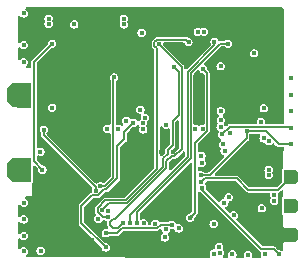
<source format=gbr>
%TF.GenerationSoftware,KiCad,Pcbnew,8.0.5*%
%TF.CreationDate,2024-10-22T08:55:14+02:00*%
%TF.ProjectId,cansatperso,63616e73-6174-4706-9572-736f2e6b6963,rev?*%
%TF.SameCoordinates,Original*%
%TF.FileFunction,Copper,L2,Inr*%
%TF.FilePolarity,Positive*%
%FSLAX46Y46*%
G04 Gerber Fmt 4.6, Leading zero omitted, Abs format (unit mm)*
G04 Created by KiCad (PCBNEW 8.0.5) date 2024-10-22 08:55:14*
%MOMM*%
%LPD*%
G01*
G04 APERTURE LIST*
G04 Aperture macros list*
%AMOutline5P*
0 Free polygon, 5 corners , with rotation*
0 The origin of the aperture is its center*
0 number of corners: always 5*
0 $1 to $10 corner X, Y*
0 $11 Rotation angle, in degrees counterclockwise*
0 create outline with 5 corners*
4,1,5,$1,$2,$3,$4,$5,$6,$7,$8,$9,$10,$1,$2,$11*%
%AMOutline6P*
0 Free polygon, 6 corners , with rotation*
0 The origin of the aperture is its center*
0 number of corners: always 6*
0 $1 to $12 corner X, Y*
0 $13 Rotation angle, in degrees counterclockwise*
0 create outline with 6 corners*
4,1,6,$1,$2,$3,$4,$5,$6,$7,$8,$9,$10,$11,$12,$1,$2,$13*%
%AMOutline7P*
0 Free polygon, 7 corners , with rotation*
0 The origin of the aperture is its center*
0 number of corners: always 7*
0 $1 to $14 corner X, Y*
0 $15 Rotation angle, in degrees counterclockwise*
0 create outline with 7 corners*
4,1,7,$1,$2,$3,$4,$5,$6,$7,$8,$9,$10,$11,$12,$13,$14,$1,$2,$15*%
%AMOutline8P*
0 Free polygon, 8 corners , with rotation*
0 The origin of the aperture is its center*
0 number of corners: always 8*
0 $1 to $16 corner X, Y*
0 $17 Rotation angle, in degrees counterclockwise*
0 create outline with 8 corners*
4,1,8,$1,$2,$3,$4,$5,$6,$7,$8,$9,$10,$11,$12,$13,$14,$15,$16,$1,$2,$17*%
%AMFreePoly0*
4,1,8,1.000000,0.600000,1.000000,-1.000000,0.000000,-1.000000,-1.000000,-1.000000,-1.000000,0.600000,-0.600000,1.000000,0.600000,1.000000,1.000000,0.600000,1.000000,0.600000,$1*%
G04 Aperture macros list end*
%TA.AperFunction,ComponentPad*%
%ADD10Outline6P,-0.600000X0.360000X-0.360000X0.600000X0.360000X0.600000X0.600000X0.360000X0.600000X-0.600000X-0.600000X-0.600000X270.000000*%
%TD*%
%TA.AperFunction,ComponentPad*%
%ADD11FreePoly0,90.000000*%
%TD*%
%TA.AperFunction,ViaPad*%
%ADD12C,0.400000*%
%TD*%
%TA.AperFunction,Conductor*%
%ADD13C,0.150000*%
%TD*%
G04 APERTURE END LIST*
D10*
%TO.N,TIM3_CHI_PWM4*%
%TO.C,REF\u002A\u002A2*%
X195660000Y-87340000D03*
%TD*%
D11*
%TO.N,GND*%
%TO.C,*%
X172680000Y-80400000D03*
%TD*%
D10*
%TO.N,+5V*%
%TO.C,REF\u002A\u002A1*%
X195660000Y-89740000D03*
%TD*%
%TO.N,GND*%
%TO.C,REF\u002A\u002A*%
X195660000Y-92190000D03*
%TD*%
D11*
%TO.N,BAT+*%
%TO.C,REF\u002A\u002A*%
X172675000Y-86705000D03*
%TD*%
D12*
%TO.N,GND*%
X194680000Y-91940000D03*
%TO.N,+3.3V*%
X180140000Y-83220000D03*
X181090000Y-83220000D03*
%TO.N,GND*%
X176360000Y-93120000D03*
X176050000Y-79740000D03*
X184730000Y-85210000D03*
X176140000Y-82470000D03*
X194760000Y-76690000D03*
X195710000Y-81720000D03*
X192250000Y-88020000D03*
X182160000Y-85940000D03*
X188780000Y-77860000D03*
X188060000Y-80840000D03*
X191100000Y-73300000D03*
X174140000Y-76740000D03*
X182600000Y-73300000D03*
X189650000Y-79120000D03*
X190880000Y-79060000D03*
X175390000Y-93170000D03*
X180900000Y-73300000D03*
X185500000Y-89530000D03*
X183680000Y-78680000D03*
X178400000Y-90820000D03*
X173080000Y-74720000D03*
X186810000Y-92670000D03*
X182750000Y-85180000D03*
X194760000Y-85190000D03*
X186380000Y-89540000D03*
X183870000Y-86560000D03*
X185770000Y-86240000D03*
X177800000Y-79760000D03*
X175330000Y-93790000D03*
X182730000Y-75760000D03*
X179340000Y-84110000D03*
X191820000Y-87500000D03*
X192290000Y-91270000D03*
X177500000Y-73300000D03*
X188800000Y-87800000D03*
X174340000Y-78550000D03*
X183840000Y-85180000D03*
X179390000Y-79780000D03*
X175330000Y-92590000D03*
X183670000Y-77690000D03*
X187970000Y-90257500D03*
X178860000Y-92680000D03*
X187700000Y-73300000D03*
X184670000Y-89530000D03*
X184040000Y-93547500D03*
X182700000Y-93770000D03*
X194580000Y-91267500D03*
X189400000Y-73300000D03*
X174340000Y-80170000D03*
X178930000Y-93810000D03*
X189690000Y-80400000D03*
X182750000Y-86610000D03*
X179200000Y-73300000D03*
X181370000Y-87230000D03*
X192770000Y-77880000D03*
X178130000Y-84070000D03*
X181450000Y-79430000D03*
X192420000Y-91820000D03*
X187000000Y-91430000D03*
X174400000Y-90095000D03*
X183600000Y-79750000D03*
X191330000Y-77620000D03*
X185670000Y-85170000D03*
X181840000Y-86720000D03*
X194760000Y-80090000D03*
X181000000Y-93770000D03*
X177480000Y-92630000D03*
X184300000Y-73300000D03*
X177600000Y-93770000D03*
X186000000Y-73300000D03*
X188010000Y-79360000D03*
X192600000Y-87500000D03*
%TO.N,+3.3V*%
X193380000Y-84040000D03*
X190050000Y-89495521D03*
X189750000Y-81710000D03*
X193800000Y-86700000D03*
X189950000Y-84530000D03*
X187800000Y-75020000D03*
X190420521Y-89010521D03*
X190070000Y-85070000D03*
X193830000Y-84270000D03*
X195710000Y-80320000D03*
X173070000Y-76130000D03*
X186180000Y-91660000D03*
X188320000Y-75010000D03*
X185110000Y-91730000D03*
X192570000Y-76830000D03*
X183050000Y-75090000D03*
X193816587Y-87131306D03*
X181740000Y-82530000D03*
X193150000Y-82610000D03*
X185020000Y-92422500D03*
%TO.N,NRST*%
X173080000Y-93590000D03*
X179380000Y-90850660D03*
%TO.N,USART3_RX*%
X180000000Y-93270000D03*
X182345000Y-82715000D03*
%TO.N,SDDETECT*%
X193396250Y-81483750D03*
X184190000Y-91260000D03*
%TO.N,VIN*%
X175470000Y-81450000D03*
X182950430Y-81600789D03*
X174480000Y-85147500D03*
%TO.N,+5V*%
X177340000Y-74380000D03*
X189147500Y-91280000D03*
X193490000Y-93810000D03*
X181560000Y-74390000D03*
X173070000Y-73460000D03*
X181541494Y-73890340D03*
X175170000Y-73890000D03*
X175170000Y-74330000D03*
X194280000Y-88840000D03*
X194280000Y-89310000D03*
X195710000Y-78920000D03*
%TO.N,ADC1_IN3_VBAT*%
X174770000Y-83300000D03*
X179180000Y-88470000D03*
%TO.N,ADC1_IN2_CURR*%
X180720000Y-78872500D03*
X179541191Y-88089171D03*
%TO.N,I2C3_SDA_ACCEL*%
X185110000Y-82870000D03*
X195710000Y-83120000D03*
X189860000Y-83705000D03*
%TO.N,I2C3_SCL_ACCEL*%
X188090000Y-87150000D03*
X191937000Y-83410000D03*
X195710000Y-84520000D03*
%TO.N,3.3VEN*%
X189655249Y-93721215D03*
X189160000Y-93790000D03*
X189740000Y-77920000D03*
X190530166Y-83559834D03*
X189610000Y-93200000D03*
%TO.N,SPI1_CS_SD*%
X182650000Y-91240000D03*
X190330000Y-76010000D03*
%TO.N,SPI1_MISO_SD*%
X181480000Y-91210000D03*
X184510000Y-76050000D03*
%TO.N,SPI1_SCK_SD*%
X180225170Y-90704168D03*
X187020000Y-75880000D03*
%TO.N,SPI1_MOSI_SD*%
X189220000Y-75840000D03*
X182060000Y-91220000D03*
%TO.N,USART1_RX_GPS*%
X189730000Y-83060000D03*
X183132230Y-82772331D03*
%TO.N,USART1_TX_GPS*%
X183185000Y-83269541D03*
X189760000Y-82490000D03*
%TO.N,LPUART1_RX_RADIO*%
X185760000Y-77960000D03*
X179690000Y-90100000D03*
%TO.N,LPUART1_TX_RADIO*%
X187160000Y-90760000D03*
X188260000Y-78180000D03*
%TO.N,GPIO_EXTI1*%
X173070000Y-77580000D03*
X183230000Y-91230000D03*
%TO.N,SWO*%
X183310000Y-82305000D03*
X173090000Y-89490000D03*
%TO.N,SWDIO*%
X188230000Y-83220000D03*
X173070000Y-92300000D03*
%TO.N,SWCLK{slash}I2C1_SDA*%
X173070000Y-90900000D03*
X187585000Y-83220000D03*
%TO.N,TIM3_CHI_PWM4*%
X188120000Y-87730000D03*
%TO.N,USART3_TX*%
X185620000Y-91330000D03*
X180020000Y-92060000D03*
%TO.N,D+*%
X193220000Y-89955000D03*
X188120000Y-85490000D03*
%TO.N,D-*%
X190860000Y-90540000D03*
X188150000Y-86110000D03*
%TO.N,BAT+*%
X174650000Y-86680000D03*
X175470000Y-76026000D03*
%TO.N,PWEN*%
X188180000Y-88240000D03*
X194690000Y-93860000D03*
%TO.N,USBD+*%
X192060000Y-93870000D03*
%TO.N,USBD-*%
X190740000Y-93860000D03*
%TO.N,ADC2_IN17*%
X180190000Y-90150000D03*
X174500000Y-93530000D03*
%TD*%
D13*
%TO.N,ADC1_IN2_CURR*%
X180660000Y-78932500D02*
X180720000Y-78872500D01*
X180660000Y-87400000D02*
X180660000Y-78932500D01*
X179970829Y-88089171D02*
X180660000Y-87400000D01*
X179541191Y-88089171D02*
X179970829Y-88089171D01*
%TO.N,USART3_RX*%
X181580000Y-83480000D02*
X182345000Y-82715000D01*
X181580000Y-84110000D02*
X181580000Y-83480000D01*
X180995000Y-84695000D02*
X181580000Y-84110000D01*
X180995000Y-87418554D02*
X180995000Y-84695000D01*
X177950000Y-89770000D02*
X178875000Y-88845000D01*
X177950000Y-91220000D02*
X177950000Y-89770000D01*
X178875000Y-88845000D02*
X179395000Y-88845000D01*
X179395000Y-88845000D02*
X179895000Y-88345000D01*
X180000000Y-93270000D02*
X177950000Y-91220000D01*
X180068554Y-88345000D02*
X180995000Y-87418554D01*
X179895000Y-88345000D02*
X180068554Y-88345000D01*
%TO.N,ADC1_IN3_VBAT*%
X179180000Y-88190000D02*
X174770000Y-83780000D01*
X179180000Y-88470000D02*
X179180000Y-88190000D01*
X174770000Y-83780000D02*
X174770000Y-83300000D01*
%TO.N,I2C3_SDA_ACCEL*%
X195625000Y-83035000D02*
X195710000Y-83120000D01*
X189860000Y-83705000D02*
X189860000Y-83699669D01*
X189860000Y-83699669D02*
X190524669Y-83035000D01*
X190524669Y-83035000D02*
X195625000Y-83035000D01*
%TO.N,I2C3_SCL_ACCEL*%
X191937000Y-83410000D02*
X193550000Y-83410000D01*
X188820331Y-87150000D02*
X191937000Y-84033331D01*
X191937000Y-84033331D02*
X191937000Y-83410000D01*
X188090000Y-87150000D02*
X188820331Y-87150000D01*
X193550000Y-83410000D02*
X194660000Y-84520000D01*
X194660000Y-84520000D02*
X195710000Y-84520000D01*
%TO.N,SPI1_CS_SD*%
X187210000Y-78493554D02*
X187210000Y-85720000D01*
X189693554Y-76010000D02*
X187210000Y-78493554D01*
X190330000Y-76010000D02*
X189693554Y-76010000D01*
X187210000Y-85720000D02*
X182650000Y-90280000D01*
X182650000Y-90280000D02*
X182650000Y-91240000D01*
%TO.N,SPI1_MISO_SD*%
X185145000Y-86545000D02*
X185145000Y-85981115D01*
X181085000Y-91605000D02*
X180604669Y-91605000D01*
X180385000Y-91385331D02*
X180385000Y-91074669D01*
X181480000Y-91210000D02*
X181085000Y-91605000D01*
X180604669Y-91605000D02*
X180385000Y-91385331D01*
X185145000Y-85981115D02*
X185581115Y-85545000D01*
X186440000Y-84930331D02*
X186440000Y-77980000D01*
X186440000Y-77980000D02*
X184510000Y-76050000D01*
X185825331Y-85545000D02*
X186440000Y-84930331D01*
X185581115Y-85545000D02*
X185825331Y-85545000D01*
X180835000Y-90855000D02*
X185145000Y-86545000D01*
X180604669Y-90855000D02*
X180835000Y-90855000D01*
X180385000Y-91074669D02*
X180604669Y-90855000D01*
%TO.N,SPI1_SCK_SD*%
X180225170Y-90704168D02*
X179763837Y-90704168D01*
X179969669Y-89290000D02*
X181692892Y-89290000D01*
X179315000Y-90255331D02*
X179315000Y-89944669D01*
X184135000Y-76205331D02*
X184135000Y-75894669D01*
X179763837Y-90704168D02*
X179315000Y-90255331D01*
X184354669Y-86628223D02*
X184354669Y-76425000D01*
X179315000Y-89944669D02*
X179969669Y-89290000D01*
X186815000Y-75675000D02*
X187020000Y-75880000D01*
X184354669Y-76425000D02*
X184135000Y-76205331D01*
X184135000Y-75894669D02*
X184354669Y-75675000D01*
X181692892Y-89290000D02*
X184354669Y-86628223D01*
X184354669Y-75675000D02*
X186815000Y-75675000D01*
%TO.N,SPI1_MOSI_SD*%
X186960000Y-78390000D02*
X186960000Y-85600000D01*
X189220000Y-75840000D02*
X189220000Y-76130000D01*
X186960000Y-85600000D02*
X182060000Y-90500000D01*
X189220000Y-76130000D02*
X186960000Y-78390000D01*
X182060000Y-90500000D02*
X182060000Y-91220000D01*
%TO.N,LPUART1_RX_RADIO*%
X186190000Y-78390000D02*
X185760000Y-77960000D01*
X185295000Y-85325331D02*
X185295000Y-85014669D01*
X184895000Y-85725331D02*
X185295000Y-85325331D01*
X186190000Y-82039669D02*
X186190000Y-78390000D01*
X180250000Y-89540000D02*
X181796446Y-89540000D01*
X185665000Y-82935000D02*
X185665000Y-82564669D01*
X185680000Y-82950000D02*
X185665000Y-82935000D01*
X179690000Y-90100000D02*
X180250000Y-89540000D01*
X181796446Y-89540000D02*
X184895000Y-86441446D01*
X185665000Y-82564669D02*
X186190000Y-82039669D01*
X184895000Y-86441446D02*
X184895000Y-85725331D01*
X185680000Y-84629669D02*
X185680000Y-82950000D01*
X185295000Y-85014669D02*
X185680000Y-84629669D01*
%TO.N,LPUART1_TX_RADIO*%
X188605000Y-83375331D02*
X187580000Y-84400331D01*
X188260000Y-78180000D02*
X188605000Y-78525000D01*
X188605000Y-78525000D02*
X188605000Y-83375331D01*
X187580000Y-84400331D02*
X187580000Y-90340000D01*
X187580000Y-90340000D02*
X187160000Y-90760000D01*
%TO.N,TIM3_CHI_PWM4*%
X191124669Y-87425000D02*
X192094669Y-88395000D01*
X194605000Y-88395000D02*
X195660000Y-87340000D01*
X188425000Y-87425000D02*
X191124669Y-87425000D01*
X188120000Y-87730000D02*
X188425000Y-87425000D01*
X192094669Y-88395000D02*
X194605000Y-88395000D01*
%TO.N,USART3_TX*%
X180983554Y-92060000D02*
X181408554Y-91635000D01*
X181408554Y-91635000D02*
X184345331Y-91635000D01*
X184345331Y-91635000D02*
X184650331Y-91330000D01*
X180020000Y-92060000D02*
X180983554Y-92060000D01*
X184650331Y-91330000D02*
X185620000Y-91330000D01*
%TO.N,BAT+*%
X174650000Y-86680000D02*
X173950000Y-85980000D01*
X173950000Y-85980000D02*
X173950000Y-77546000D01*
X173950000Y-77546000D02*
X175470000Y-76026000D01*
%TO.N,PWEN*%
X193835331Y-93395000D02*
X193184669Y-93395000D01*
X193184669Y-93395000D02*
X188180000Y-88390331D01*
X194690000Y-93860000D02*
X194230000Y-93400000D01*
X193840331Y-93400000D02*
X193835331Y-93395000D01*
X194230000Y-93400000D02*
X193840331Y-93400000D01*
X188180000Y-88390331D02*
X188180000Y-88240000D01*
%TD*%
%TA.AperFunction,Conductor*%
%TO.N,GND*%
G36*
X195012539Y-72960185D02*
G01*
X195058294Y-73012989D01*
X195069500Y-73064500D01*
X195069500Y-78249992D01*
X195084799Y-78286928D01*
X195108511Y-78310640D01*
X195141996Y-78371963D01*
X195144830Y-78398437D01*
X195140814Y-82685616D01*
X195121067Y-82752637D01*
X195068220Y-82798343D01*
X195016814Y-82809500D01*
X193618457Y-82809500D01*
X193551418Y-82789815D01*
X193505663Y-82737011D01*
X193495719Y-82667853D01*
X193495984Y-82666103D01*
X193504869Y-82610003D01*
X193504869Y-82609997D01*
X193487501Y-82500341D01*
X193482232Y-82490000D01*
X193437095Y-82401413D01*
X193437092Y-82401410D01*
X193437090Y-82401407D01*
X193358592Y-82322909D01*
X193358588Y-82322906D01*
X193358587Y-82322905D01*
X193323450Y-82305002D01*
X193259658Y-82272498D01*
X193150002Y-82255131D01*
X193149998Y-82255131D01*
X193040341Y-82272498D01*
X192941414Y-82322904D01*
X192941407Y-82322909D01*
X192862909Y-82401407D01*
X192862904Y-82401414D01*
X192812498Y-82500341D01*
X192795131Y-82609997D01*
X192795131Y-82610003D01*
X192804016Y-82666103D01*
X192795061Y-82735396D01*
X192750065Y-82788848D01*
X192683313Y-82809487D01*
X192681543Y-82809500D01*
X190583966Y-82809500D01*
X190583958Y-82809499D01*
X190569524Y-82809499D01*
X190479814Y-82809499D01*
X190479811Y-82809499D01*
X190429117Y-82830499D01*
X190429113Y-82830501D01*
X190396934Y-82843828D01*
X190396933Y-82843829D01*
X190364658Y-82876105D01*
X190333499Y-82907264D01*
X190333498Y-82907265D01*
X190295632Y-82945131D01*
X190263428Y-82977335D01*
X190202104Y-83010819D01*
X190132413Y-83005834D01*
X190076479Y-82963963D01*
X190065265Y-82945954D01*
X190017095Y-82851413D01*
X190017092Y-82851410D01*
X190016536Y-82850318D01*
X190003640Y-82781649D01*
X190029916Y-82716908D01*
X190039343Y-82706339D01*
X190039419Y-82706263D01*
X190047095Y-82698587D01*
X190097500Y-82599661D01*
X190097500Y-82599659D01*
X190097501Y-82599658D01*
X190114869Y-82490002D01*
X190114869Y-82489997D01*
X190097501Y-82380341D01*
X190092776Y-82371068D01*
X190047095Y-82281413D01*
X190047092Y-82281410D01*
X190047090Y-82281407D01*
X189968592Y-82202909D01*
X189968588Y-82202906D01*
X189968587Y-82202905D01*
X189968585Y-82202904D01*
X189960695Y-82197172D01*
X189962918Y-82194110D01*
X189925701Y-82158958D01*
X189908908Y-82091136D01*
X189931448Y-82025002D01*
X189951925Y-82004234D01*
X189951687Y-82003996D01*
X190037090Y-81918592D01*
X190037095Y-81918587D01*
X190087500Y-81819661D01*
X190087500Y-81819659D01*
X190087501Y-81819658D01*
X190104869Y-81710002D01*
X190104869Y-81709997D01*
X190087501Y-81600341D01*
X190083970Y-81593411D01*
X190037095Y-81501413D01*
X190037092Y-81501410D01*
X190037090Y-81501407D01*
X190019430Y-81483747D01*
X193041381Y-81483747D01*
X193041381Y-81483752D01*
X193058748Y-81593408D01*
X193109154Y-81692335D01*
X193109159Y-81692342D01*
X193187657Y-81770840D01*
X193187660Y-81770842D01*
X193187663Y-81770845D01*
X193263281Y-81809374D01*
X193286591Y-81821251D01*
X193396248Y-81838619D01*
X193396250Y-81838619D01*
X193396252Y-81838619D01*
X193505908Y-81821251D01*
X193505909Y-81821250D01*
X193505911Y-81821250D01*
X193604837Y-81770845D01*
X193683345Y-81692337D01*
X193733750Y-81593411D01*
X193733750Y-81593409D01*
X193733751Y-81593408D01*
X193751119Y-81483752D01*
X193751119Y-81483747D01*
X193733751Y-81374091D01*
X193724090Y-81355131D01*
X193683345Y-81275163D01*
X193683342Y-81275160D01*
X193683340Y-81275157D01*
X193604842Y-81196659D01*
X193604838Y-81196656D01*
X193604837Y-81196655D01*
X193600993Y-81194696D01*
X193505908Y-81146248D01*
X193396252Y-81128881D01*
X193396248Y-81128881D01*
X193286591Y-81146248D01*
X193187664Y-81196654D01*
X193187657Y-81196659D01*
X193109159Y-81275157D01*
X193109154Y-81275164D01*
X193058748Y-81374091D01*
X193041381Y-81483747D01*
X190019430Y-81483747D01*
X189958592Y-81422909D01*
X189958588Y-81422906D01*
X189958587Y-81422905D01*
X189954743Y-81420946D01*
X189859658Y-81372498D01*
X189750002Y-81355131D01*
X189749998Y-81355131D01*
X189640341Y-81372498D01*
X189541414Y-81422904D01*
X189541407Y-81422909D01*
X189462909Y-81501407D01*
X189462904Y-81501414D01*
X189412498Y-81600341D01*
X189395131Y-81709997D01*
X189395131Y-81710002D01*
X189412498Y-81819658D01*
X189462904Y-81918585D01*
X189462909Y-81918592D01*
X189541407Y-81997090D01*
X189541410Y-81997092D01*
X189541413Y-81997095D01*
X189541415Y-81997096D01*
X189549305Y-82002828D01*
X189547076Y-82005895D01*
X189584267Y-82040988D01*
X189601094Y-82108801D01*
X189578586Y-82174946D01*
X189558073Y-82195764D01*
X189558313Y-82196004D01*
X189472909Y-82281407D01*
X189472904Y-82281414D01*
X189422498Y-82380341D01*
X189405131Y-82489997D01*
X189405131Y-82490002D01*
X189422498Y-82599658D01*
X189473463Y-82699682D01*
X189486359Y-82768351D01*
X189460082Y-82833091D01*
X189450662Y-82843654D01*
X189442910Y-82851405D01*
X189442904Y-82851414D01*
X189392498Y-82950341D01*
X189375131Y-83059997D01*
X189375131Y-83060002D01*
X189392498Y-83169658D01*
X189442904Y-83268585D01*
X189442909Y-83268592D01*
X189521409Y-83347092D01*
X189528835Y-83352487D01*
X189571503Y-83407814D01*
X189577485Y-83477428D01*
X189566439Y-83509102D01*
X189522498Y-83595341D01*
X189505131Y-83704997D01*
X189505131Y-83705002D01*
X189522498Y-83814658D01*
X189572904Y-83913585D01*
X189572909Y-83913592D01*
X189651407Y-83992090D01*
X189651410Y-83992092D01*
X189651413Y-83992095D01*
X189726929Y-84030572D01*
X189777724Y-84078545D01*
X189794520Y-84146366D01*
X189771983Y-84212501D01*
X189743520Y-84241374D01*
X189741409Y-84242907D01*
X189662909Y-84321407D01*
X189662904Y-84321414D01*
X189612498Y-84420341D01*
X189595131Y-84529997D01*
X189595131Y-84530002D01*
X189612498Y-84639658D01*
X189662904Y-84738585D01*
X189662909Y-84738592D01*
X189720154Y-84795837D01*
X189753639Y-84857160D01*
X189748655Y-84926852D01*
X189742960Y-84939809D01*
X189732498Y-84960342D01*
X189715131Y-85069997D01*
X189715131Y-85070002D01*
X189732498Y-85179658D01*
X189782904Y-85278585D01*
X189782909Y-85278592D01*
X189861407Y-85357090D01*
X189861410Y-85357092D01*
X189861413Y-85357095D01*
X189960339Y-85407500D01*
X189964778Y-85408203D01*
X190027914Y-85438129D01*
X190064848Y-85497439D01*
X190063854Y-85567302D01*
X190033067Y-85618358D01*
X188763245Y-86888181D01*
X188701922Y-86921666D01*
X188675564Y-86924500D01*
X188411545Y-86924500D01*
X188344506Y-86904815D01*
X188323864Y-86888181D01*
X188298592Y-86862909D01*
X188298588Y-86862906D01*
X188298587Y-86862905D01*
X188259670Y-86843076D01*
X188199658Y-86812498D01*
X188090002Y-86795131D01*
X188089998Y-86795131D01*
X187980340Y-86812499D01*
X187971063Y-86815514D01*
X187970137Y-86812664D01*
X187917100Y-86822613D01*
X187852365Y-86796323D01*
X187812120Y-86739208D01*
X187805500Y-86699235D01*
X187805500Y-86530192D01*
X187825185Y-86463153D01*
X187877989Y-86417398D01*
X187947147Y-86407454D01*
X187985790Y-86419706D01*
X188040339Y-86447500D01*
X188040340Y-86447500D01*
X188040342Y-86447501D01*
X188149998Y-86464869D01*
X188150000Y-86464869D01*
X188150002Y-86464869D01*
X188259658Y-86447501D01*
X188259659Y-86447500D01*
X188259661Y-86447500D01*
X188358587Y-86397095D01*
X188437095Y-86318587D01*
X188487500Y-86219661D01*
X188487500Y-86219659D01*
X188487501Y-86219658D01*
X188504869Y-86110002D01*
X188504869Y-86109997D01*
X188487501Y-86000341D01*
X188454106Y-85934799D01*
X188437095Y-85901413D01*
X188437092Y-85901410D01*
X188437090Y-85901407D01*
X188408363Y-85872680D01*
X188374878Y-85811357D01*
X188379862Y-85741665D01*
X188402118Y-85707039D01*
X188401356Y-85706486D01*
X188407089Y-85698592D01*
X188407095Y-85698587D01*
X188457500Y-85599661D01*
X188457500Y-85599659D01*
X188457501Y-85599658D01*
X188474869Y-85490002D01*
X188474869Y-85489997D01*
X188457501Y-85380341D01*
X188445654Y-85357090D01*
X188407095Y-85281413D01*
X188407092Y-85281410D01*
X188407090Y-85281407D01*
X188328592Y-85202909D01*
X188328588Y-85202906D01*
X188328587Y-85202905D01*
X188279516Y-85177902D01*
X188229658Y-85152498D01*
X188120002Y-85135131D01*
X188119998Y-85135131D01*
X188010342Y-85152498D01*
X187996728Y-85159435D01*
X187985792Y-85165007D01*
X187917124Y-85177902D01*
X187852384Y-85151624D01*
X187812128Y-85094517D01*
X187805500Y-85054521D01*
X187805500Y-84545097D01*
X187825185Y-84478058D01*
X187841815Y-84457420D01*
X188715294Y-83583940D01*
X188715297Y-83583939D01*
X188732735Y-83566501D01*
X188732736Y-83566501D01*
X188796170Y-83503067D01*
X188808140Y-83474169D01*
X188830501Y-83420186D01*
X188830501Y-83330476D01*
X188830501Y-83320487D01*
X188830500Y-83320473D01*
X188830500Y-78584297D01*
X188830501Y-78584288D01*
X188830501Y-78480147D01*
X188830501Y-78480146D01*
X188796170Y-78397265D01*
X188796170Y-78397264D01*
X188732736Y-78333830D01*
X188725671Y-78326765D01*
X188725664Y-78326759D01*
X188650126Y-78251221D01*
X188616641Y-78189898D01*
X188615334Y-78182937D01*
X188613771Y-78173071D01*
X188608619Y-78140542D01*
X188597501Y-78070342D01*
X188597500Y-78070340D01*
X188597500Y-78070339D01*
X188547095Y-77971413D01*
X188547092Y-77971410D01*
X188547090Y-77971407D01*
X188495680Y-77919997D01*
X189385131Y-77919997D01*
X189385131Y-77920002D01*
X189402498Y-78029658D01*
X189452904Y-78128585D01*
X189452909Y-78128592D01*
X189531407Y-78207090D01*
X189531410Y-78207092D01*
X189531413Y-78207095D01*
X189589966Y-78236929D01*
X189630341Y-78257501D01*
X189739998Y-78274869D01*
X189740000Y-78274869D01*
X189740002Y-78274869D01*
X189849658Y-78257501D01*
X189849659Y-78257500D01*
X189849661Y-78257500D01*
X189948587Y-78207095D01*
X190027095Y-78128587D01*
X190077500Y-78029661D01*
X190077500Y-78029659D01*
X190077501Y-78029658D01*
X190094869Y-77920002D01*
X190094869Y-77919997D01*
X190077501Y-77810341D01*
X190077500Y-77810339D01*
X190027095Y-77711413D01*
X190027092Y-77711410D01*
X190027090Y-77711407D01*
X189948592Y-77632909D01*
X189948588Y-77632906D01*
X189948587Y-77632905D01*
X189894403Y-77605297D01*
X189849658Y-77582498D01*
X189740002Y-77565131D01*
X189739998Y-77565131D01*
X189630341Y-77582498D01*
X189531414Y-77632904D01*
X189531407Y-77632909D01*
X189452909Y-77711407D01*
X189452904Y-77711414D01*
X189402498Y-77810341D01*
X189385131Y-77919997D01*
X188495680Y-77919997D01*
X188468592Y-77892909D01*
X188468586Y-77892904D01*
X188436870Y-77876744D01*
X188396057Y-77855949D01*
X188345263Y-77807977D01*
X188328467Y-77740156D01*
X188351004Y-77674021D01*
X188364666Y-77657792D01*
X189192462Y-76829997D01*
X192215131Y-76829997D01*
X192215131Y-76830002D01*
X192232498Y-76939658D01*
X192282904Y-77038585D01*
X192282909Y-77038592D01*
X192361407Y-77117090D01*
X192361410Y-77117092D01*
X192361413Y-77117095D01*
X192460339Y-77167500D01*
X192460341Y-77167501D01*
X192569998Y-77184869D01*
X192570000Y-77184869D01*
X192570002Y-77184869D01*
X192679658Y-77167501D01*
X192679659Y-77167500D01*
X192679661Y-77167500D01*
X192778587Y-77117095D01*
X192857095Y-77038587D01*
X192907500Y-76939661D01*
X192907500Y-76939659D01*
X192907501Y-76939658D01*
X192924869Y-76830002D01*
X192924869Y-76829997D01*
X192907501Y-76720341D01*
X192868972Y-76644723D01*
X192857095Y-76621413D01*
X192857092Y-76621410D01*
X192857090Y-76621407D01*
X192778592Y-76542909D01*
X192778588Y-76542906D01*
X192778587Y-76542905D01*
X192730503Y-76518405D01*
X192679658Y-76492498D01*
X192570002Y-76475131D01*
X192569998Y-76475131D01*
X192460341Y-76492498D01*
X192361414Y-76542904D01*
X192361407Y-76542909D01*
X192282909Y-76621407D01*
X192282904Y-76621414D01*
X192232498Y-76720341D01*
X192215131Y-76829997D01*
X189192462Y-76829997D01*
X189750640Y-76271819D01*
X189811963Y-76238334D01*
X189838321Y-76235500D01*
X190008455Y-76235500D01*
X190075494Y-76255185D01*
X190096136Y-76271819D01*
X190121407Y-76297090D01*
X190121410Y-76297092D01*
X190121413Y-76297095D01*
X190201427Y-76337864D01*
X190220341Y-76347501D01*
X190329998Y-76364869D01*
X190330000Y-76364869D01*
X190330002Y-76364869D01*
X190439658Y-76347501D01*
X190439659Y-76347500D01*
X190439661Y-76347500D01*
X190538587Y-76297095D01*
X190617095Y-76218587D01*
X190667500Y-76119661D01*
X190667500Y-76119659D01*
X190667501Y-76119658D01*
X190684869Y-76010002D01*
X190684869Y-76009997D01*
X190667501Y-75900341D01*
X190638236Y-75842905D01*
X190617095Y-75801413D01*
X190617092Y-75801410D01*
X190617090Y-75801407D01*
X190538592Y-75722909D01*
X190538588Y-75722906D01*
X190538587Y-75722905D01*
X190526593Y-75716794D01*
X190439658Y-75672498D01*
X190330002Y-75655131D01*
X190329998Y-75655131D01*
X190220341Y-75672498D01*
X190121414Y-75722904D01*
X190121407Y-75722909D01*
X190096136Y-75748181D01*
X190034813Y-75781666D01*
X190008455Y-75784500D01*
X189752851Y-75784500D01*
X189752843Y-75784499D01*
X189738409Y-75784499D01*
X189661083Y-75784499D01*
X189594044Y-75764814D01*
X189550599Y-75716795D01*
X189507095Y-75631413D01*
X189507093Y-75631411D01*
X189507090Y-75631407D01*
X189428592Y-75552909D01*
X189428588Y-75552906D01*
X189428587Y-75552905D01*
X189408162Y-75542498D01*
X189329658Y-75502498D01*
X189220002Y-75485131D01*
X189219998Y-75485131D01*
X189110341Y-75502498D01*
X189011414Y-75552904D01*
X189011407Y-75552909D01*
X188932909Y-75631407D01*
X188932904Y-75631414D01*
X188882498Y-75730341D01*
X188865131Y-75839997D01*
X188865131Y-75840002D01*
X188882498Y-75949657D01*
X188882499Y-75949660D01*
X188882500Y-75949661D01*
X188885537Y-75955621D01*
X188908748Y-76001176D01*
X188921643Y-76069845D01*
X188895366Y-76134585D01*
X188885943Y-76145150D01*
X186877181Y-78153913D01*
X186815858Y-78187398D01*
X186746166Y-78182414D01*
X186690233Y-78140542D01*
X186665816Y-78075078D01*
X186665500Y-78066232D01*
X186665500Y-77935146D01*
X186665498Y-77935141D01*
X186665385Y-77934869D01*
X186657721Y-77916365D01*
X186631172Y-77852266D01*
X186560671Y-77781765D01*
X186560664Y-77781759D01*
X184900126Y-76121221D01*
X184866641Y-76059898D01*
X184865332Y-76052927D01*
X184863901Y-76043887D01*
X184872862Y-75974595D01*
X184917863Y-75921147D01*
X184984616Y-75900512D01*
X184986376Y-75900500D01*
X186563438Y-75900500D01*
X186630477Y-75920185D01*
X186676232Y-75972989D01*
X186681366Y-75986173D01*
X186682498Y-75989657D01*
X186732904Y-76088585D01*
X186732909Y-76088592D01*
X186811407Y-76167090D01*
X186811410Y-76167092D01*
X186811413Y-76167095D01*
X186910339Y-76217500D01*
X186910341Y-76217501D01*
X187019998Y-76234869D01*
X187020000Y-76234869D01*
X187020002Y-76234869D01*
X187129658Y-76217501D01*
X187129659Y-76217500D01*
X187129661Y-76217500D01*
X187228587Y-76167095D01*
X187307095Y-76088587D01*
X187357500Y-75989661D01*
X187357500Y-75989659D01*
X187357501Y-75989658D01*
X187374869Y-75880002D01*
X187374869Y-75879997D01*
X187357501Y-75770341D01*
X187333331Y-75722904D01*
X187307095Y-75671413D01*
X187307092Y-75671410D01*
X187307090Y-75671407D01*
X187228592Y-75592909D01*
X187228588Y-75592906D01*
X187228587Y-75592905D01*
X187129661Y-75542500D01*
X187129660Y-75542499D01*
X187129657Y-75542498D01*
X187129658Y-75542498D01*
X187017063Y-75524665D01*
X186953928Y-75494735D01*
X186948780Y-75489873D01*
X186942737Y-75483830D01*
X186918457Y-75473772D01*
X186918457Y-75473771D01*
X186859858Y-75449500D01*
X186859856Y-75449499D01*
X186859855Y-75449499D01*
X186770145Y-75449499D01*
X186755711Y-75449499D01*
X186755703Y-75449500D01*
X184413966Y-75449500D01*
X184413958Y-75449499D01*
X184399524Y-75449499D01*
X184309814Y-75449499D01*
X184309812Y-75449499D01*
X184275482Y-75463719D01*
X184251208Y-75473774D01*
X184251206Y-75473774D01*
X184226933Y-75483829D01*
X184079356Y-75631407D01*
X184007265Y-75703498D01*
X184007264Y-75703499D01*
X183987859Y-75722904D01*
X183943828Y-75766934D01*
X183940226Y-75775633D01*
X183940225Y-75775637D01*
X183909499Y-75849813D01*
X183909499Y-75953957D01*
X183909500Y-75953966D01*
X183909500Y-76150473D01*
X183909499Y-76150487D01*
X183909499Y-76250184D01*
X183909500Y-76250189D01*
X183933772Y-76308788D01*
X183943829Y-76333066D01*
X183943830Y-76333067D01*
X184007264Y-76396501D01*
X184007265Y-76396501D01*
X184024705Y-76413941D01*
X184092850Y-76482086D01*
X184126335Y-76543409D01*
X184129169Y-76569767D01*
X184129169Y-86483456D01*
X184109484Y-86550495D01*
X184092850Y-86571137D01*
X181635806Y-89028181D01*
X181574483Y-89061666D01*
X181548125Y-89064500D01*
X180028966Y-89064500D01*
X180028958Y-89064499D01*
X180014524Y-89064499D01*
X179924815Y-89064499D01*
X179924812Y-89064499D01*
X179886185Y-89080500D01*
X179886184Y-89080500D01*
X179841935Y-89098827D01*
X179123830Y-89816932D01*
X179123830Y-89816934D01*
X179089499Y-89899813D01*
X179089499Y-90003957D01*
X179089500Y-90003966D01*
X179089500Y-90200473D01*
X179089499Y-90200487D01*
X179089499Y-90210476D01*
X179089499Y-90300186D01*
X179109842Y-90349297D01*
X179109843Y-90349301D01*
X179109844Y-90349301D01*
X179123828Y-90383065D01*
X179150189Y-90409426D01*
X179183674Y-90470749D01*
X179178690Y-90540441D01*
X179150189Y-90584788D01*
X179092909Y-90642067D01*
X179092904Y-90642074D01*
X179042498Y-90741001D01*
X179025131Y-90850657D01*
X179025131Y-90850662D01*
X179042498Y-90960318D01*
X179073625Y-91021407D01*
X179092904Y-91059246D01*
X179092909Y-91059252D01*
X179171407Y-91137750D01*
X179171410Y-91137752D01*
X179171413Y-91137755D01*
X179257017Y-91181372D01*
X179270341Y-91188161D01*
X179379998Y-91205529D01*
X179380000Y-91205529D01*
X179380002Y-91205529D01*
X179489658Y-91188161D01*
X179489659Y-91188160D01*
X179489661Y-91188160D01*
X179588587Y-91137755D01*
X179667095Y-91059247D01*
X179698621Y-90997372D01*
X179746594Y-90946578D01*
X179809105Y-90929668D01*
X179903625Y-90929668D01*
X179970664Y-90949353D01*
X179991306Y-90965987D01*
X180016577Y-90991258D01*
X180016583Y-90991263D01*
X180091795Y-91029585D01*
X180142590Y-91077558D01*
X180159500Y-91140069D01*
X180159500Y-91330473D01*
X180159499Y-91330487D01*
X180159499Y-91430188D01*
X180181895Y-91484255D01*
X180193829Y-91513065D01*
X180200428Y-91522941D01*
X180221306Y-91589619D01*
X180202822Y-91656999D01*
X180150843Y-91703689D01*
X180081873Y-91714865D01*
X180077929Y-91714306D01*
X180057157Y-91711016D01*
X180020000Y-91705131D01*
X180019998Y-91705131D01*
X180019997Y-91705131D01*
X179910341Y-91722498D01*
X179811414Y-91772904D01*
X179811407Y-91772909D01*
X179732909Y-91851407D01*
X179732904Y-91851414D01*
X179682498Y-91950341D01*
X179665131Y-92059997D01*
X179665131Y-92060002D01*
X179682498Y-92169658D01*
X179732904Y-92268585D01*
X179732909Y-92268592D01*
X179811407Y-92347090D01*
X179811410Y-92347092D01*
X179811413Y-92347095D01*
X179910339Y-92397500D01*
X179910341Y-92397501D01*
X180019998Y-92414869D01*
X180020000Y-92414869D01*
X180020002Y-92414869D01*
X180129658Y-92397501D01*
X180129659Y-92397500D01*
X180129661Y-92397500D01*
X180228587Y-92347095D01*
X180228592Y-92347090D01*
X180253864Y-92321819D01*
X180315187Y-92288334D01*
X180341545Y-92285500D01*
X180924257Y-92285500D01*
X180924265Y-92285501D01*
X180938699Y-92285501D01*
X181028408Y-92285501D01*
X181028409Y-92285501D01*
X181099296Y-92256138D01*
X181111290Y-92251170D01*
X181174724Y-92187736D01*
X181174724Y-92187735D01*
X181192160Y-92170299D01*
X181192161Y-92170296D01*
X181465641Y-91896816D01*
X181526963Y-91863334D01*
X181553321Y-91860500D01*
X184286034Y-91860500D01*
X184286042Y-91860501D01*
X184300476Y-91860501D01*
X184390185Y-91860501D01*
X184390186Y-91860501D01*
X184453287Y-91834363D01*
X184473067Y-91826170D01*
X184536501Y-91762736D01*
X184536501Y-91762735D01*
X184553939Y-91745297D01*
X184553940Y-91745294D01*
X184557631Y-91741603D01*
X184618952Y-91708120D01*
X184688644Y-91713104D01*
X184744577Y-91754976D01*
X184767783Y-91809886D01*
X184772499Y-91839658D01*
X184772499Y-91839659D01*
X184772500Y-91839661D01*
X184787241Y-91868592D01*
X184822904Y-91938585D01*
X184822909Y-91938592D01*
X184829402Y-91945085D01*
X184862887Y-92006408D01*
X184857903Y-92076100D01*
X184816031Y-92132033D01*
X184814609Y-92133083D01*
X184811408Y-92135408D01*
X184732909Y-92213907D01*
X184732904Y-92213914D01*
X184682498Y-92312841D01*
X184665131Y-92422497D01*
X184665131Y-92422502D01*
X184682498Y-92532158D01*
X184732904Y-92631085D01*
X184732909Y-92631092D01*
X184811407Y-92709590D01*
X184811410Y-92709592D01*
X184811413Y-92709595D01*
X184910339Y-92760000D01*
X184910341Y-92760001D01*
X185019998Y-92777369D01*
X185020000Y-92777369D01*
X185020002Y-92777369D01*
X185129658Y-92760001D01*
X185129659Y-92760000D01*
X185129661Y-92760000D01*
X185228587Y-92709595D01*
X185307095Y-92631087D01*
X185357500Y-92532161D01*
X185357500Y-92532159D01*
X185357501Y-92532158D01*
X185374869Y-92422502D01*
X185374869Y-92422497D01*
X185357501Y-92312841D01*
X185334955Y-92268592D01*
X185307095Y-92213913D01*
X185307092Y-92213910D01*
X185307090Y-92213907D01*
X185300597Y-92207414D01*
X185267112Y-92146091D01*
X185272096Y-92076399D01*
X185313968Y-92020466D01*
X185315401Y-92019409D01*
X185318580Y-92017098D01*
X185318587Y-92017095D01*
X185397095Y-91938587D01*
X185447500Y-91839661D01*
X185456240Y-91784475D01*
X185486168Y-91721344D01*
X185545479Y-91684412D01*
X185598111Y-91681402D01*
X185620000Y-91684869D01*
X185620000Y-91684868D01*
X185620001Y-91684869D01*
X185620002Y-91684869D01*
X185701480Y-91671964D01*
X185770773Y-91680918D01*
X185824225Y-91725915D01*
X185837849Y-91760905D01*
X185839482Y-91760375D01*
X185842498Y-91769657D01*
X185842499Y-91769660D01*
X185842500Y-91769661D01*
X185888785Y-91860501D01*
X185892904Y-91868585D01*
X185892909Y-91868592D01*
X185971407Y-91947090D01*
X185971410Y-91947092D01*
X185971413Y-91947095D01*
X186070339Y-91997500D01*
X186070341Y-91997501D01*
X186179998Y-92014869D01*
X186180000Y-92014869D01*
X186180002Y-92014869D01*
X186289658Y-91997501D01*
X186289659Y-91997500D01*
X186289661Y-91997500D01*
X186388587Y-91947095D01*
X186467095Y-91868587D01*
X186517500Y-91769661D01*
X186517500Y-91769659D01*
X186517501Y-91769658D01*
X186534869Y-91660002D01*
X186534869Y-91659997D01*
X186517501Y-91550341D01*
X186498508Y-91513065D01*
X186467095Y-91451413D01*
X186467092Y-91451410D01*
X186467090Y-91451407D01*
X186388592Y-91372909D01*
X186388588Y-91372906D01*
X186388587Y-91372905D01*
X186339186Y-91347734D01*
X186289658Y-91322498D01*
X186180002Y-91305131D01*
X186180000Y-91305131D01*
X186156490Y-91308854D01*
X186098518Y-91318036D01*
X186029224Y-91309080D01*
X185994677Y-91279997D01*
X188792631Y-91279997D01*
X188792631Y-91280002D01*
X188809998Y-91389658D01*
X188860404Y-91488585D01*
X188860409Y-91488592D01*
X188938907Y-91567090D01*
X188938910Y-91567092D01*
X188938913Y-91567095D01*
X189035001Y-91616054D01*
X189037841Y-91617501D01*
X189147498Y-91634869D01*
X189147500Y-91634869D01*
X189147502Y-91634869D01*
X189257158Y-91617501D01*
X189257159Y-91617500D01*
X189257161Y-91617500D01*
X189356087Y-91567095D01*
X189434595Y-91488587D01*
X189485000Y-91389661D01*
X189485000Y-91389659D01*
X189485001Y-91389658D01*
X189502369Y-91280002D01*
X189502369Y-91279997D01*
X189485001Y-91170341D01*
X189475858Y-91152397D01*
X189434595Y-91071413D01*
X189434592Y-91071410D01*
X189434590Y-91071407D01*
X189356092Y-90992909D01*
X189356088Y-90992906D01*
X189356087Y-90992905D01*
X189333183Y-90981235D01*
X189257158Y-90942498D01*
X189147502Y-90925131D01*
X189147498Y-90925131D01*
X189037841Y-90942498D01*
X188938914Y-90992904D01*
X188938907Y-90992909D01*
X188860409Y-91071407D01*
X188860404Y-91071414D01*
X188809998Y-91170341D01*
X188792631Y-91279997D01*
X185994677Y-91279997D01*
X185975773Y-91264083D01*
X185962153Y-91229093D01*
X185960518Y-91229625D01*
X185957501Y-91220342D01*
X185957500Y-91220340D01*
X185957500Y-91220339D01*
X185907095Y-91121413D01*
X185907092Y-91121410D01*
X185907090Y-91121407D01*
X185828592Y-91042909D01*
X185828588Y-91042906D01*
X185828587Y-91042905D01*
X185822776Y-91039944D01*
X185729658Y-90992498D01*
X185620002Y-90975131D01*
X185619998Y-90975131D01*
X185510341Y-90992498D01*
X185411414Y-91042904D01*
X185411407Y-91042909D01*
X185386136Y-91068181D01*
X185324813Y-91101666D01*
X185298455Y-91104500D01*
X184605475Y-91104500D01*
X184604851Y-91104624D01*
X184603466Y-91104500D01*
X184593263Y-91104500D01*
X184593263Y-91103586D01*
X184535259Y-91098392D01*
X184480349Y-91055892D01*
X184477096Y-91051415D01*
X184477095Y-91051413D01*
X184398587Y-90972905D01*
X184390112Y-90968587D01*
X184299658Y-90922498D01*
X184190002Y-90905131D01*
X184189998Y-90905131D01*
X184080341Y-90922498D01*
X183981414Y-90972904D01*
X183981407Y-90972909D01*
X183902909Y-91051407D01*
X183902905Y-91051413D01*
X183852498Y-91150341D01*
X183835131Y-91259997D01*
X183835131Y-91260000D01*
X183836098Y-91266103D01*
X183827142Y-91335396D01*
X183782145Y-91388848D01*
X183715394Y-91409487D01*
X183713624Y-91409500D01*
X183701624Y-91409500D01*
X183634585Y-91389815D01*
X183588830Y-91337011D01*
X183578886Y-91267853D01*
X183579151Y-91266101D01*
X183584869Y-91230000D01*
X183584869Y-91229997D01*
X183567501Y-91120341D01*
X183557947Y-91101591D01*
X183517095Y-91021413D01*
X183517092Y-91021410D01*
X183517090Y-91021407D01*
X183438592Y-90942909D01*
X183438588Y-90942906D01*
X183438587Y-90942905D01*
X183404206Y-90925387D01*
X183339658Y-90892498D01*
X183230002Y-90875131D01*
X183229998Y-90875131D01*
X183120341Y-90892498D01*
X183055794Y-90925387D01*
X182987125Y-90938283D01*
X182922385Y-90912006D01*
X182882128Y-90854899D01*
X182875500Y-90814902D01*
X182875500Y-90424766D01*
X182895185Y-90357727D01*
X182911814Y-90337090D01*
X187142819Y-86106084D01*
X187204142Y-86072600D01*
X187273834Y-86077584D01*
X187329767Y-86119456D01*
X187354184Y-86184920D01*
X187354500Y-86193766D01*
X187354500Y-90191050D01*
X187334815Y-90258089D01*
X187285352Y-90302258D01*
X187024462Y-90430937D01*
X187024447Y-90430947D01*
X187012133Y-90440058D01*
X186994679Y-90450858D01*
X186951417Y-90472902D01*
X186951407Y-90472909D01*
X186872909Y-90551407D01*
X186872904Y-90551414D01*
X186822498Y-90650341D01*
X186805131Y-90759997D01*
X186805131Y-90760002D01*
X186822498Y-90869658D01*
X186872904Y-90968585D01*
X186872909Y-90968592D01*
X186951407Y-91047090D01*
X186951410Y-91047092D01*
X186951413Y-91047095D01*
X187050339Y-91097500D01*
X187050341Y-91097501D01*
X187159998Y-91114869D01*
X187160000Y-91114869D01*
X187160002Y-91114869D01*
X187269658Y-91097501D01*
X187269659Y-91097500D01*
X187269661Y-91097500D01*
X187368587Y-91047095D01*
X187447095Y-90968587D01*
X187469763Y-90924096D01*
X187481881Y-90904893D01*
X187485636Y-90900000D01*
X187489060Y-90895539D01*
X187621808Y-90626395D01*
X187645331Y-90593572D01*
X187690294Y-90548610D01*
X187690297Y-90548608D01*
X187707735Y-90531170D01*
X187707736Y-90531170D01*
X187771170Y-90467736D01*
X187793322Y-90414256D01*
X187805501Y-90384854D01*
X187805501Y-90295145D01*
X187805501Y-90285156D01*
X187805500Y-90285142D01*
X187805500Y-88644907D01*
X187825185Y-88577868D01*
X187877989Y-88532113D01*
X187947147Y-88522169D01*
X187985790Y-88534420D01*
X188007833Y-88545651D01*
X188039217Y-88568454D01*
X188069700Y-88598937D01*
X188069706Y-88598942D01*
X192986428Y-93515664D01*
X192986431Y-93515668D01*
X192993499Y-93522736D01*
X193056933Y-93586170D01*
X193073268Y-93592936D01*
X193127672Y-93636774D01*
X193149740Y-93703067D01*
X193148293Y-93726895D01*
X193135131Y-93810002D01*
X193152498Y-93919658D01*
X193175871Y-93965530D01*
X193188767Y-94034200D01*
X193162490Y-94098940D01*
X193105383Y-94139196D01*
X193065168Y-94145824D01*
X192514277Y-94144857D01*
X192447273Y-94125055D01*
X192401610Y-94072170D01*
X192391788Y-94002995D01*
X192396568Y-93982527D01*
X192397496Y-93979667D01*
X192397500Y-93979661D01*
X192412837Y-93882828D01*
X192414869Y-93870002D01*
X192414869Y-93869997D01*
X192397501Y-93760341D01*
X192386416Y-93738585D01*
X192347095Y-93661413D01*
X192347092Y-93661410D01*
X192347090Y-93661407D01*
X192268592Y-93582909D01*
X192268588Y-93582906D01*
X192268587Y-93582905D01*
X192217922Y-93557090D01*
X192169658Y-93532498D01*
X192060002Y-93515131D01*
X192059998Y-93515131D01*
X191950341Y-93532498D01*
X191851414Y-93582904D01*
X191851407Y-93582909D01*
X191772909Y-93661407D01*
X191772904Y-93661414D01*
X191722498Y-93760341D01*
X191705131Y-93869997D01*
X191705131Y-93870002D01*
X191722499Y-93979662D01*
X191722916Y-93980944D01*
X191722962Y-93982588D01*
X191724026Y-93989300D01*
X191723158Y-93989437D01*
X191724911Y-94050785D01*
X191688830Y-94110618D01*
X191626128Y-94141445D01*
X191604767Y-94143261D01*
X191191546Y-94142536D01*
X191124542Y-94122734D01*
X191078879Y-94069849D01*
X191069057Y-94000674D01*
X191075836Y-93979375D01*
X191074486Y-93978937D01*
X191077498Y-93969664D01*
X191077500Y-93969661D01*
X191091191Y-93883223D01*
X191094869Y-93860002D01*
X191094869Y-93859997D01*
X191077501Y-93750341D01*
X191032397Y-93661819D01*
X191027095Y-93651413D01*
X191027092Y-93651410D01*
X191027090Y-93651407D01*
X190948592Y-93572909D01*
X190948588Y-93572906D01*
X190948587Y-93572905D01*
X190917548Y-93557090D01*
X190849658Y-93522498D01*
X190740002Y-93505131D01*
X190739998Y-93505131D01*
X190630341Y-93522498D01*
X190531414Y-93572904D01*
X190531407Y-93572909D01*
X190452909Y-93651407D01*
X190452904Y-93651414D01*
X190402498Y-93750341D01*
X190385131Y-93859997D01*
X190385131Y-93860002D01*
X190402498Y-93969657D01*
X190405414Y-93978629D01*
X190407411Y-94048470D01*
X190371332Y-94108304D01*
X190308632Y-94139133D01*
X190287266Y-94140950D01*
X190030790Y-94140500D01*
X189963786Y-94120698D01*
X189918123Y-94067813D01*
X189908301Y-93998638D01*
X189937438Y-93935133D01*
X189942110Y-93930123D01*
X189942338Y-93929807D01*
X189942344Y-93929802D01*
X189992749Y-93830876D01*
X189992749Y-93830874D01*
X189992750Y-93830873D01*
X190010118Y-93721217D01*
X190010118Y-93721212D01*
X189992750Y-93611556D01*
X189974268Y-93575283D01*
X189942344Y-93512628D01*
X189942341Y-93512625D01*
X189942339Y-93512622D01*
X189940954Y-93511237D01*
X189939807Y-93509136D01*
X189936605Y-93504729D01*
X189937174Y-93504315D01*
X189907469Y-93449914D01*
X189912453Y-93380222D01*
X189918147Y-93367268D01*
X189947500Y-93309661D01*
X189959305Y-93235131D01*
X189964869Y-93200002D01*
X189964869Y-93199997D01*
X189947501Y-93090341D01*
X189932762Y-93061414D01*
X189897095Y-92991413D01*
X189897092Y-92991410D01*
X189897090Y-92991407D01*
X189818592Y-92912909D01*
X189818588Y-92912906D01*
X189818587Y-92912905D01*
X189763302Y-92884736D01*
X189719658Y-92862498D01*
X189610002Y-92845131D01*
X189609998Y-92845131D01*
X189500341Y-92862498D01*
X189401414Y-92912904D01*
X189401407Y-92912909D01*
X189322909Y-92991407D01*
X189322904Y-92991414D01*
X189272498Y-93090341D01*
X189255131Y-93199997D01*
X189255131Y-93200003D01*
X189269734Y-93292205D01*
X189260779Y-93361498D01*
X189215783Y-93414950D01*
X189166660Y-93434075D01*
X189050341Y-93452499D01*
X188951414Y-93502904D01*
X188951407Y-93502909D01*
X188872909Y-93581407D01*
X188872904Y-93581414D01*
X188822498Y-93680341D01*
X188805131Y-93789997D01*
X188805131Y-93790002D01*
X188822498Y-93899656D01*
X188822499Y-93899659D01*
X188822500Y-93899661D01*
X188852197Y-93957946D01*
X188865093Y-94026612D01*
X188838817Y-94091353D01*
X188781710Y-94131610D01*
X188741494Y-94138238D01*
X174631923Y-94113485D01*
X174564919Y-94093683D01*
X174519256Y-94040799D01*
X174509434Y-93971623D01*
X174538571Y-93908118D01*
X174597415Y-93870447D01*
X174607653Y-93868152D01*
X174609657Y-93867501D01*
X174609658Y-93867500D01*
X174609661Y-93867500D01*
X174708587Y-93817095D01*
X174787095Y-93738587D01*
X174837500Y-93639661D01*
X174837500Y-93639659D01*
X174837501Y-93639658D01*
X174854869Y-93530002D01*
X174854869Y-93529997D01*
X174837501Y-93420341D01*
X174817059Y-93380222D01*
X174787095Y-93321413D01*
X174787092Y-93321410D01*
X174787090Y-93321407D01*
X174708592Y-93242909D01*
X174708588Y-93242906D01*
X174708587Y-93242905D01*
X174624381Y-93200000D01*
X174609658Y-93192498D01*
X174500002Y-93175131D01*
X174499998Y-93175131D01*
X174390341Y-93192498D01*
X174291414Y-93242904D01*
X174291407Y-93242909D01*
X174212909Y-93321407D01*
X174212904Y-93321414D01*
X174162498Y-93420341D01*
X174145131Y-93529997D01*
X174145131Y-93530002D01*
X174162498Y-93639658D01*
X174212904Y-93738585D01*
X174212909Y-93738592D01*
X174291407Y-93817090D01*
X174291410Y-93817092D01*
X174291413Y-93817095D01*
X174390339Y-93867500D01*
X174390340Y-93867500D01*
X174390342Y-93867501D01*
X174399625Y-93870518D01*
X174398697Y-93873372D01*
X174447417Y-93896460D01*
X174484357Y-93955766D01*
X174483370Y-94025629D01*
X174444768Y-94083867D01*
X174380809Y-94111991D01*
X174364680Y-94113016D01*
X173345352Y-94111228D01*
X173278348Y-94091426D01*
X173232685Y-94038542D01*
X173222863Y-93969366D01*
X173252000Y-93905861D01*
X173280982Y-93883223D01*
X173280695Y-93882828D01*
X173288580Y-93877098D01*
X173288587Y-93877095D01*
X173367095Y-93798587D01*
X173417500Y-93699661D01*
X173417500Y-93699659D01*
X173417501Y-93699658D01*
X173434869Y-93590002D01*
X173434869Y-93589997D01*
X173417501Y-93480341D01*
X173401998Y-93449914D01*
X173367095Y-93381413D01*
X173367092Y-93381410D01*
X173367090Y-93381407D01*
X173288592Y-93302909D01*
X173288588Y-93302906D01*
X173288587Y-93302905D01*
X173267587Y-93292205D01*
X173189658Y-93252498D01*
X173080002Y-93235131D01*
X173079998Y-93235131D01*
X172970341Y-93252498D01*
X172871414Y-93302904D01*
X172871407Y-93302909D01*
X172786004Y-93388313D01*
X172784458Y-93386767D01*
X172739489Y-93421445D01*
X172669876Y-93427424D01*
X172608080Y-93394819D01*
X172573723Y-93333981D01*
X172570500Y-93305894D01*
X172570500Y-92595545D01*
X172590185Y-92528506D01*
X172642989Y-92482751D01*
X172712147Y-92472807D01*
X172775703Y-92501832D01*
X172782181Y-92507864D01*
X172861407Y-92587090D01*
X172861410Y-92587092D01*
X172861413Y-92587095D01*
X172947749Y-92631085D01*
X172960341Y-92637501D01*
X173069998Y-92654869D01*
X173070000Y-92654869D01*
X173070002Y-92654869D01*
X173179658Y-92637501D01*
X173179659Y-92637500D01*
X173179661Y-92637500D01*
X173278587Y-92587095D01*
X173357095Y-92508587D01*
X173407500Y-92409661D01*
X173407500Y-92409659D01*
X173407501Y-92409658D01*
X173424869Y-92300002D01*
X173424869Y-92299997D01*
X173407501Y-92190341D01*
X173397289Y-92170299D01*
X173357095Y-92091413D01*
X173357092Y-92091410D01*
X173357090Y-92091407D01*
X173278592Y-92012909D01*
X173278588Y-92012906D01*
X173278587Y-92012905D01*
X173248353Y-91997500D01*
X173179658Y-91962498D01*
X173070002Y-91945131D01*
X173069998Y-91945131D01*
X172960341Y-91962498D01*
X172861414Y-92012904D01*
X172861407Y-92012909D01*
X172782181Y-92092136D01*
X172720858Y-92125621D01*
X172651166Y-92120637D01*
X172595233Y-92078765D01*
X172570816Y-92013301D01*
X172570500Y-92004455D01*
X172570500Y-91195545D01*
X172590185Y-91128506D01*
X172642989Y-91082751D01*
X172712147Y-91072807D01*
X172775703Y-91101832D01*
X172782181Y-91107864D01*
X172861407Y-91187090D01*
X172861410Y-91187092D01*
X172861413Y-91187095D01*
X172960339Y-91237500D01*
X172960341Y-91237501D01*
X173069998Y-91254869D01*
X173070000Y-91254869D01*
X173070002Y-91254869D01*
X173179658Y-91237501D01*
X173179659Y-91237500D01*
X173179661Y-91237500D01*
X173278587Y-91187095D01*
X173357095Y-91108587D01*
X173407500Y-91009661D01*
X173407500Y-91009659D01*
X173407501Y-91009658D01*
X173424869Y-90900002D01*
X173424869Y-90899997D01*
X173407501Y-90790341D01*
X173407500Y-90790339D01*
X173357095Y-90691413D01*
X173357092Y-90691410D01*
X173357090Y-90691407D01*
X173278592Y-90612909D01*
X173278588Y-90612906D01*
X173278587Y-90612905D01*
X173240316Y-90593405D01*
X173179658Y-90562498D01*
X173070002Y-90545131D01*
X173069998Y-90545131D01*
X172960341Y-90562498D01*
X172861414Y-90612904D01*
X172861407Y-90612909D01*
X172782181Y-90692136D01*
X172720858Y-90725621D01*
X172651166Y-90720637D01*
X172595233Y-90678765D01*
X172570816Y-90613301D01*
X172570500Y-90604455D01*
X172570500Y-89758962D01*
X172590185Y-89691923D01*
X172642989Y-89646168D01*
X172712147Y-89636224D01*
X172775703Y-89665249D01*
X172796178Y-89691416D01*
X172797172Y-89690695D01*
X172802909Y-89698592D01*
X172881407Y-89777090D01*
X172881410Y-89777092D01*
X172881413Y-89777095D01*
X172980339Y-89827500D01*
X172980341Y-89827501D01*
X173089998Y-89844869D01*
X173090000Y-89844869D01*
X173090002Y-89844869D01*
X173199658Y-89827501D01*
X173199659Y-89827500D01*
X173199661Y-89827500D01*
X173298587Y-89777095D01*
X173377095Y-89698587D01*
X173427500Y-89599661D01*
X173427500Y-89599659D01*
X173427501Y-89599658D01*
X173444869Y-89490002D01*
X173444869Y-89489997D01*
X173427501Y-89380341D01*
X173411033Y-89348020D01*
X173377095Y-89281413D01*
X173377092Y-89281410D01*
X173377090Y-89281407D01*
X173298592Y-89202909D01*
X173298588Y-89202906D01*
X173298587Y-89202905D01*
X173243789Y-89174984D01*
X173192993Y-89127011D01*
X173176198Y-89059190D01*
X173198735Y-88993055D01*
X173253450Y-88949603D01*
X173300084Y-88940500D01*
X173669989Y-88940500D01*
X173669991Y-88940500D01*
X173706929Y-88925200D01*
X173735200Y-88896929D01*
X173750500Y-88859991D01*
X173750500Y-88710009D01*
X173750500Y-87893280D01*
X173770185Y-87826241D01*
X173786819Y-87805599D01*
X173809666Y-87782751D01*
X173809667Y-87782750D01*
X173830500Y-87705000D01*
X173830500Y-86767860D01*
X173831097Y-86755707D01*
X173832722Y-86739208D01*
X173834590Y-86720242D01*
X173834590Y-86689758D01*
X173831097Y-86654292D01*
X173830500Y-86642139D01*
X173830500Y-86478767D01*
X173850185Y-86411728D01*
X173902989Y-86365973D01*
X173972147Y-86356029D01*
X174035703Y-86385054D01*
X174042174Y-86391079D01*
X174151240Y-86500146D01*
X174259873Y-86608779D01*
X174293358Y-86670102D01*
X174294665Y-86677062D01*
X174312498Y-86789658D01*
X174362904Y-86888585D01*
X174362909Y-86888592D01*
X174441407Y-86967090D01*
X174441410Y-86967092D01*
X174441413Y-86967095D01*
X174540339Y-87017500D01*
X174540341Y-87017501D01*
X174649998Y-87034869D01*
X174650000Y-87034869D01*
X174650002Y-87034869D01*
X174759658Y-87017501D01*
X174759659Y-87017500D01*
X174759661Y-87017500D01*
X174858587Y-86967095D01*
X174937095Y-86888587D01*
X174987500Y-86789661D01*
X174987500Y-86789659D01*
X174987501Y-86789658D01*
X175004869Y-86680002D01*
X175004869Y-86679997D01*
X174987501Y-86570341D01*
X174978702Y-86553072D01*
X174937095Y-86471413D01*
X174937092Y-86471410D01*
X174937090Y-86471407D01*
X174858592Y-86392909D01*
X174858588Y-86392906D01*
X174858587Y-86392905D01*
X174759661Y-86342500D01*
X174759660Y-86342499D01*
X174759657Y-86342498D01*
X174759659Y-86342498D01*
X174647062Y-86324665D01*
X174583927Y-86294736D01*
X174578779Y-86289873D01*
X174211819Y-85922913D01*
X174178334Y-85861590D01*
X174175500Y-85835232D01*
X174175500Y-85588073D01*
X174195185Y-85521034D01*
X174247989Y-85475279D01*
X174317147Y-85465335D01*
X174355789Y-85477586D01*
X174370339Y-85485000D01*
X174370343Y-85485000D01*
X174370344Y-85485001D01*
X174479998Y-85502369D01*
X174480000Y-85502369D01*
X174480002Y-85502369D01*
X174589658Y-85485001D01*
X174589659Y-85485000D01*
X174589661Y-85485000D01*
X174688587Y-85434595D01*
X174767095Y-85356087D01*
X174817500Y-85257161D01*
X174817500Y-85257159D01*
X174817501Y-85257158D01*
X174834869Y-85147502D01*
X174834869Y-85147497D01*
X174817501Y-85037841D01*
X174785577Y-84975186D01*
X174767095Y-84938913D01*
X174767092Y-84938910D01*
X174767090Y-84938907D01*
X174688592Y-84860409D01*
X174688588Y-84860406D01*
X174688587Y-84860405D01*
X174660431Y-84846059D01*
X174589658Y-84809998D01*
X174480002Y-84792631D01*
X174479998Y-84792631D01*
X174370342Y-84809998D01*
X174363201Y-84813636D01*
X174355791Y-84817412D01*
X174287124Y-84830307D01*
X174222384Y-84804030D01*
X174182128Y-84746923D01*
X174175500Y-84706926D01*
X174175500Y-83362598D01*
X174193672Y-83300711D01*
X174401156Y-83300711D01*
X174418477Y-83327663D01*
X174421973Y-83343200D01*
X174432498Y-83409658D01*
X174471331Y-83485872D01*
X174482905Y-83508587D01*
X174508181Y-83533863D01*
X174541666Y-83595184D01*
X174544500Y-83621544D01*
X174544500Y-83725142D01*
X174544499Y-83725156D01*
X174544499Y-83824853D01*
X174544500Y-83824858D01*
X174568772Y-83883457D01*
X174578829Y-83907735D01*
X174578830Y-83907736D01*
X174642264Y-83971170D01*
X174642265Y-83971170D01*
X174659705Y-83988610D01*
X178842568Y-88171473D01*
X178876053Y-88232796D01*
X178871069Y-88302488D01*
X178865373Y-88315446D01*
X178842498Y-88360341D01*
X178825131Y-88469997D01*
X178825131Y-88470000D01*
X178827421Y-88484457D01*
X178832368Y-88515695D01*
X178823412Y-88584988D01*
X178778415Y-88638439D01*
X178757351Y-88649650D01*
X178747268Y-88653826D01*
X178747264Y-88653829D01*
X178280915Y-89120179D01*
X177822265Y-89578829D01*
X177822264Y-89578830D01*
X177783596Y-89617498D01*
X177758829Y-89642265D01*
X177753761Y-89654498D01*
X177753762Y-89654499D01*
X177724499Y-89725145D01*
X177724499Y-89829288D01*
X177724500Y-89829297D01*
X177724500Y-91165142D01*
X177724499Y-91165156D01*
X177724499Y-91264855D01*
X177747201Y-91319661D01*
X177747200Y-91319661D01*
X177758829Y-91347734D01*
X177758831Y-91347737D01*
X177839700Y-91428606D01*
X177839706Y-91428611D01*
X179609873Y-93198778D01*
X179643358Y-93260101D01*
X179644665Y-93267061D01*
X179662498Y-93379658D01*
X179712904Y-93478585D01*
X179712909Y-93478592D01*
X179791407Y-93557090D01*
X179791410Y-93557092D01*
X179791413Y-93557095D01*
X179890339Y-93607500D01*
X179890341Y-93607501D01*
X179999998Y-93624869D01*
X180000000Y-93624869D01*
X180000002Y-93624869D01*
X180109658Y-93607501D01*
X180109659Y-93607500D01*
X180109661Y-93607500D01*
X180208587Y-93557095D01*
X180287095Y-93478587D01*
X180337500Y-93379661D01*
X180337500Y-93379659D01*
X180337501Y-93379658D01*
X180354869Y-93270002D01*
X180354869Y-93269997D01*
X180337501Y-93160341D01*
X180301833Y-93090339D01*
X180287095Y-93061413D01*
X180287092Y-93061410D01*
X180287090Y-93061407D01*
X180208592Y-92982909D01*
X180208588Y-92982906D01*
X180208587Y-92982905D01*
X180204743Y-92980946D01*
X180109658Y-92932498D01*
X179997061Y-92914665D01*
X179933926Y-92884736D01*
X179928778Y-92879873D01*
X178211819Y-91162914D01*
X178178334Y-91101591D01*
X178175500Y-91075233D01*
X178175500Y-89914767D01*
X178195185Y-89847728D01*
X178211819Y-89827086D01*
X178932086Y-89106819D01*
X178993409Y-89073334D01*
X179019767Y-89070500D01*
X179335703Y-89070500D01*
X179335711Y-89070501D01*
X179350145Y-89070501D01*
X179439854Y-89070501D01*
X179439855Y-89070501D01*
X179499622Y-89045744D01*
X179522736Y-89036170D01*
X179586170Y-88972736D01*
X179586170Y-88972735D01*
X179603608Y-88955297D01*
X179603609Y-88955294D01*
X179952085Y-88606820D01*
X180013408Y-88573335D01*
X180039766Y-88570501D01*
X180113408Y-88570501D01*
X180113409Y-88570501D01*
X180185836Y-88540500D01*
X180196290Y-88536170D01*
X180259724Y-88472736D01*
X180259724Y-88472735D01*
X180277162Y-88455297D01*
X180277163Y-88455294D01*
X181186170Y-87546290D01*
X181186170Y-87546288D01*
X181186172Y-87546287D01*
X181211070Y-87486175D01*
X181220500Y-87463409D01*
X181220500Y-87373700D01*
X181220500Y-84839766D01*
X181240185Y-84772727D01*
X181256815Y-84752089D01*
X181690294Y-84318609D01*
X181690297Y-84318608D01*
X181707735Y-84301170D01*
X181707736Y-84301170D01*
X181771170Y-84237736D01*
X181797226Y-84174831D01*
X181805501Y-84154855D01*
X181805501Y-84065145D01*
X181805501Y-84055156D01*
X181805500Y-84055142D01*
X181805500Y-83624767D01*
X181825185Y-83557728D01*
X181841819Y-83537086D01*
X182051242Y-83327663D01*
X182273780Y-83105124D01*
X182335101Y-83071641D01*
X182342062Y-83070334D01*
X182344998Y-83069868D01*
X182345000Y-83069869D01*
X182396605Y-83061695D01*
X182454657Y-83052501D01*
X182454658Y-83052500D01*
X182454661Y-83052500D01*
X182553587Y-83002095D01*
X182632095Y-82923587D01*
X182632096Y-82923584D01*
X182633190Y-82922491D01*
X182694513Y-82889006D01*
X182764205Y-82893990D01*
X182820139Y-82935861D01*
X182831356Y-82953876D01*
X182845134Y-82980916D01*
X182850874Y-82988817D01*
X182849290Y-82989967D01*
X182876889Y-83040511D01*
X182871905Y-83110203D01*
X182866208Y-83123163D01*
X182847498Y-83159882D01*
X182830131Y-83269538D01*
X182830131Y-83269543D01*
X182847498Y-83379199D01*
X182897904Y-83478126D01*
X182897909Y-83478133D01*
X182976407Y-83556631D01*
X182976410Y-83556633D01*
X182976413Y-83556636D01*
X183075339Y-83607041D01*
X183075341Y-83607042D01*
X183184998Y-83624410D01*
X183185000Y-83624410D01*
X183185002Y-83624410D01*
X183294658Y-83607042D01*
X183294659Y-83607041D01*
X183294661Y-83607041D01*
X183393587Y-83556636D01*
X183472095Y-83478128D01*
X183522500Y-83379202D01*
X183522500Y-83379200D01*
X183522501Y-83379199D01*
X183539869Y-83269543D01*
X183539869Y-83269538D01*
X183522501Y-83159882D01*
X183497259Y-83110341D01*
X183472095Y-83060954D01*
X183472092Y-83060951D01*
X183466356Y-83053055D01*
X183467939Y-83051904D01*
X183440340Y-83001360D01*
X183445324Y-82931668D01*
X183451010Y-82918732D01*
X183469730Y-82881992D01*
X183469731Y-82881987D01*
X183487099Y-82772333D01*
X183487099Y-82772329D01*
X183476635Y-82706263D01*
X183485589Y-82636970D01*
X183514188Y-82601497D01*
X183511686Y-82598995D01*
X183518584Y-82592096D01*
X183518587Y-82592095D01*
X183597095Y-82513587D01*
X183647500Y-82414661D01*
X183647500Y-82414659D01*
X183647501Y-82414658D01*
X183664869Y-82305002D01*
X183664869Y-82304997D01*
X183647501Y-82195341D01*
X183646052Y-82192498D01*
X183597095Y-82096413D01*
X183597092Y-82096410D01*
X183597090Y-82096407D01*
X183518592Y-82017909D01*
X183518588Y-82017906D01*
X183518587Y-82017905D01*
X183477735Y-81997090D01*
X183419658Y-81967498D01*
X183345142Y-81955696D01*
X183282007Y-81925766D01*
X183245077Y-81866454D01*
X183246075Y-81796592D01*
X183254051Y-81776941D01*
X183287930Y-81710450D01*
X183288002Y-81710000D01*
X183305299Y-81600791D01*
X183305299Y-81600786D01*
X183287931Y-81491130D01*
X183266973Y-81449997D01*
X183237525Y-81392202D01*
X183237522Y-81392199D01*
X183237520Y-81392196D01*
X183159022Y-81313698D01*
X183159018Y-81313695D01*
X183159017Y-81313694D01*
X183155173Y-81311735D01*
X183060088Y-81263287D01*
X182950432Y-81245920D01*
X182950428Y-81245920D01*
X182840771Y-81263287D01*
X182741844Y-81313693D01*
X182741837Y-81313698D01*
X182663339Y-81392196D01*
X182663334Y-81392203D01*
X182612928Y-81491130D01*
X182595561Y-81600786D01*
X182595561Y-81600791D01*
X182612928Y-81710447D01*
X182663334Y-81809374D01*
X182663339Y-81809381D01*
X182741837Y-81887879D01*
X182741840Y-81887881D01*
X182741843Y-81887884D01*
X182816191Y-81925766D01*
X182840771Y-81938290D01*
X182915286Y-81950092D01*
X182978421Y-81980021D01*
X183015352Y-82039333D01*
X183014354Y-82109195D01*
X183006373Y-82128859D01*
X182972498Y-82195341D01*
X182955131Y-82304997D01*
X182955131Y-82305000D01*
X182957731Y-82321413D01*
X182965595Y-82371068D01*
X182956639Y-82440362D01*
X182928081Y-82475874D01*
X182930543Y-82478336D01*
X182844038Y-82564840D01*
X182782714Y-82598324D01*
X182713023Y-82593340D01*
X182657089Y-82551468D01*
X182645872Y-82533453D01*
X182632095Y-82506413D01*
X182632091Y-82506409D01*
X182632090Y-82506407D01*
X182553592Y-82427909D01*
X182553588Y-82427906D01*
X182553587Y-82427905D01*
X182512123Y-82406778D01*
X182454658Y-82377498D01*
X182345002Y-82360131D01*
X182344998Y-82360131D01*
X182235341Y-82377498D01*
X182203187Y-82393882D01*
X182134517Y-82406778D01*
X182069777Y-82380501D01*
X182036409Y-82339693D01*
X182027095Y-82321413D01*
X182027091Y-82321409D01*
X182027090Y-82321407D01*
X181948592Y-82242909D01*
X181948588Y-82242906D01*
X181948587Y-82242905D01*
X181944743Y-82240946D01*
X181849658Y-82192498D01*
X181740002Y-82175131D01*
X181739998Y-82175131D01*
X181630341Y-82192498D01*
X181531414Y-82242904D01*
X181531407Y-82242909D01*
X181452909Y-82321407D01*
X181452904Y-82321414D01*
X181402498Y-82420341D01*
X181385131Y-82529997D01*
X181385131Y-82530002D01*
X181402498Y-82639658D01*
X181452904Y-82738585D01*
X181452909Y-82738592D01*
X181459407Y-82745090D01*
X181492892Y-82806413D01*
X181487908Y-82876105D01*
X181446036Y-82932038D01*
X181380572Y-82956455D01*
X181312299Y-82941603D01*
X181298845Y-82933093D01*
X181298588Y-82932906D01*
X181298587Y-82932905D01*
X181270718Y-82918705D01*
X181199658Y-82882498D01*
X181090002Y-82865131D01*
X181089997Y-82865131D01*
X181028897Y-82874808D01*
X180959604Y-82865853D01*
X180906152Y-82820857D01*
X180885513Y-82754105D01*
X180885500Y-82752335D01*
X180885500Y-79254044D01*
X180905185Y-79187005D01*
X180921819Y-79166362D01*
X180928584Y-79159596D01*
X180928587Y-79159595D01*
X181007095Y-79081087D01*
X181057500Y-78982161D01*
X181057500Y-78982159D01*
X181057501Y-78982158D01*
X181074869Y-78872502D01*
X181074869Y-78872497D01*
X181057501Y-78762841D01*
X181057500Y-78762839D01*
X181007095Y-78663913D01*
X181007092Y-78663910D01*
X181007090Y-78663907D01*
X180928592Y-78585409D01*
X180928588Y-78585406D01*
X180928587Y-78585405D01*
X180889056Y-78565263D01*
X180829658Y-78534998D01*
X180720002Y-78517631D01*
X180719998Y-78517631D01*
X180610341Y-78534998D01*
X180511414Y-78585404D01*
X180511407Y-78585409D01*
X180432909Y-78663907D01*
X180432904Y-78663914D01*
X180382498Y-78762841D01*
X180365131Y-78872497D01*
X180365131Y-78872502D01*
X180382498Y-78982156D01*
X180382499Y-78982159D01*
X180382500Y-78982161D01*
X180420985Y-79057693D01*
X180434500Y-79113986D01*
X180434500Y-82774331D01*
X180414815Y-82841370D01*
X180362011Y-82887125D01*
X180292853Y-82897069D01*
X180254206Y-82884816D01*
X180249658Y-82882498D01*
X180140002Y-82865131D01*
X180139998Y-82865131D01*
X180030341Y-82882498D01*
X179931414Y-82932904D01*
X179931407Y-82932909D01*
X179852909Y-83011407D01*
X179852904Y-83011414D01*
X179802498Y-83110341D01*
X179785131Y-83219997D01*
X179785131Y-83220002D01*
X179802498Y-83329658D01*
X179852904Y-83428585D01*
X179852909Y-83428592D01*
X179931407Y-83507090D01*
X179931410Y-83507092D01*
X179931413Y-83507095D01*
X180028643Y-83556636D01*
X180030341Y-83557501D01*
X180139998Y-83574869D01*
X180140000Y-83574869D01*
X180140002Y-83574869D01*
X180237482Y-83559429D01*
X180249661Y-83557500D01*
X180254204Y-83555184D01*
X180322868Y-83542286D01*
X180387610Y-83568559D01*
X180427870Y-83625664D01*
X180434500Y-83665668D01*
X180434500Y-87255233D01*
X180414815Y-87322272D01*
X180398181Y-87342914D01*
X179932079Y-87809015D01*
X179870756Y-87842500D01*
X179801064Y-87837516D01*
X179756714Y-87809012D01*
X179749781Y-87802079D01*
X179749778Y-87802076D01*
X179745934Y-87800117D01*
X179650849Y-87751669D01*
X179541193Y-87734302D01*
X179541189Y-87734302D01*
X179431532Y-87751669D01*
X179332605Y-87802075D01*
X179332598Y-87802080D01*
X179309473Y-87825206D01*
X179248150Y-87858691D01*
X179178458Y-87853707D01*
X179134111Y-87825206D01*
X175031819Y-83722914D01*
X174998334Y-83661591D01*
X174995500Y-83635233D01*
X174995500Y-83621544D01*
X175015185Y-83554505D01*
X175031815Y-83533866D01*
X175057095Y-83508587D01*
X175107500Y-83409661D01*
X175107500Y-83409659D01*
X175107501Y-83409658D01*
X175124869Y-83300002D01*
X175124869Y-83299997D01*
X175107501Y-83190341D01*
X175102083Y-83179708D01*
X175057095Y-83091413D01*
X175057092Y-83091410D01*
X175057090Y-83091407D01*
X174978592Y-83012909D01*
X174978588Y-83012906D01*
X174978587Y-83012905D01*
X174942565Y-82994551D01*
X174879658Y-82962498D01*
X174770002Y-82945131D01*
X174769998Y-82945131D01*
X174660341Y-82962498D01*
X174561414Y-83012904D01*
X174561407Y-83012909D01*
X174482909Y-83091407D01*
X174482904Y-83091414D01*
X174432498Y-83190341D01*
X174421973Y-83256799D01*
X174401156Y-83300711D01*
X174193672Y-83300711D01*
X174195151Y-83295674D01*
X174176523Y-83253293D01*
X174175500Y-83237401D01*
X174175500Y-81449997D01*
X175115131Y-81449997D01*
X175115131Y-81450002D01*
X175132498Y-81559658D01*
X175182904Y-81658585D01*
X175182909Y-81658592D01*
X175261407Y-81737090D01*
X175261410Y-81737092D01*
X175261413Y-81737095D01*
X175327642Y-81770840D01*
X175360341Y-81787501D01*
X175469998Y-81804869D01*
X175470000Y-81804869D01*
X175470002Y-81804869D01*
X175579658Y-81787501D01*
X175579659Y-81787500D01*
X175579661Y-81787500D01*
X175678587Y-81737095D01*
X175757095Y-81658587D01*
X175807500Y-81559661D01*
X175807500Y-81559659D01*
X175807501Y-81559658D01*
X175824869Y-81450002D01*
X175824869Y-81449997D01*
X175807501Y-81340341D01*
X175759391Y-81245920D01*
X175757095Y-81241413D01*
X175757092Y-81241410D01*
X175757090Y-81241407D01*
X175678592Y-81162909D01*
X175678588Y-81162906D01*
X175678587Y-81162905D01*
X175607980Y-81126929D01*
X175579658Y-81112498D01*
X175470002Y-81095131D01*
X175469998Y-81095131D01*
X175360341Y-81112498D01*
X175261414Y-81162904D01*
X175261407Y-81162909D01*
X175182909Y-81241407D01*
X175182904Y-81241414D01*
X175132498Y-81340341D01*
X175115131Y-81449997D01*
X174175500Y-81449997D01*
X174175500Y-77690766D01*
X174195185Y-77623727D01*
X174211814Y-77603090D01*
X175398779Y-76416124D01*
X175460100Y-76382641D01*
X175467061Y-76381334D01*
X175469998Y-76380868D01*
X175470000Y-76380869D01*
X175522146Y-76372609D01*
X175579658Y-76363501D01*
X175579659Y-76363500D01*
X175579661Y-76363500D01*
X175678587Y-76313095D01*
X175757095Y-76234587D01*
X175807500Y-76135661D01*
X175807500Y-76135659D01*
X175807501Y-76135658D01*
X175824869Y-76026002D01*
X175824869Y-76025997D01*
X175807501Y-75916341D01*
X175773604Y-75849814D01*
X175757095Y-75817413D01*
X175757092Y-75817410D01*
X175757090Y-75817407D01*
X175678592Y-75738909D01*
X175678588Y-75738906D01*
X175678587Y-75738905D01*
X175647183Y-75722904D01*
X175579658Y-75688498D01*
X175470002Y-75671131D01*
X175469998Y-75671131D01*
X175360341Y-75688498D01*
X175261414Y-75738904D01*
X175261407Y-75738909D01*
X175182909Y-75817407D01*
X175182904Y-75817414D01*
X175132498Y-75916341D01*
X175114665Y-76028937D01*
X175084735Y-76092072D01*
X175079873Y-76097220D01*
X173822265Y-77354829D01*
X173758830Y-77418263D01*
X173758830Y-77418265D01*
X173724499Y-77501144D01*
X173724499Y-77605288D01*
X173724500Y-77605297D01*
X173724500Y-77955500D01*
X173704815Y-78022539D01*
X173652011Y-78068294D01*
X173600500Y-78079500D01*
X173365545Y-78079500D01*
X173298506Y-78059815D01*
X173252751Y-78007011D01*
X173242807Y-77937853D01*
X173271832Y-77874297D01*
X173277864Y-77867819D01*
X173357090Y-77788592D01*
X173357095Y-77788587D01*
X173407500Y-77689661D01*
X173407500Y-77689659D01*
X173407501Y-77689658D01*
X173424869Y-77580002D01*
X173424869Y-77579997D01*
X173407501Y-77470341D01*
X173380967Y-77418265D01*
X173357095Y-77371413D01*
X173357092Y-77371410D01*
X173357090Y-77371407D01*
X173278592Y-77292909D01*
X173278588Y-77292906D01*
X173278587Y-77292905D01*
X173262003Y-77284455D01*
X173179658Y-77242498D01*
X173070002Y-77225131D01*
X173069998Y-77225131D01*
X172960341Y-77242498D01*
X172861414Y-77292904D01*
X172861407Y-77292909D01*
X172782181Y-77372136D01*
X172720858Y-77405621D01*
X172651166Y-77400637D01*
X172595233Y-77358765D01*
X172570816Y-77293301D01*
X172570500Y-77284455D01*
X172570500Y-76425545D01*
X172590185Y-76358506D01*
X172642989Y-76312751D01*
X172712147Y-76302807D01*
X172775703Y-76331832D01*
X172782181Y-76337864D01*
X172861407Y-76417090D01*
X172861410Y-76417092D01*
X172861413Y-76417095D01*
X172960339Y-76467500D01*
X172960341Y-76467501D01*
X173069998Y-76484869D01*
X173070000Y-76484869D01*
X173070002Y-76484869D01*
X173179658Y-76467501D01*
X173179659Y-76467500D01*
X173179661Y-76467500D01*
X173278587Y-76417095D01*
X173357095Y-76338587D01*
X173407500Y-76239661D01*
X173407500Y-76239659D01*
X173407501Y-76239658D01*
X173424869Y-76130002D01*
X173424869Y-76129997D01*
X173407501Y-76020341D01*
X173402232Y-76010000D01*
X173357095Y-75921413D01*
X173357092Y-75921410D01*
X173357090Y-75921407D01*
X173278592Y-75842909D01*
X173278588Y-75842906D01*
X173278587Y-75842905D01*
X173226990Y-75816615D01*
X173179658Y-75792498D01*
X173070002Y-75775131D01*
X173069998Y-75775131D01*
X172960341Y-75792498D01*
X172861414Y-75842904D01*
X172861407Y-75842909D01*
X172782181Y-75922136D01*
X172720858Y-75955621D01*
X172651166Y-75950637D01*
X172595233Y-75908765D01*
X172570816Y-75843301D01*
X172570500Y-75834455D01*
X172570500Y-75089997D01*
X182695131Y-75089997D01*
X182695131Y-75090002D01*
X182712498Y-75199658D01*
X182762904Y-75298585D01*
X182762909Y-75298592D01*
X182841407Y-75377090D01*
X182841410Y-75377092D01*
X182841413Y-75377095D01*
X182940339Y-75427500D01*
X182940341Y-75427501D01*
X183049998Y-75444869D01*
X183050000Y-75444869D01*
X183050002Y-75444869D01*
X183159658Y-75427501D01*
X183159659Y-75427500D01*
X183159661Y-75427500D01*
X183258587Y-75377095D01*
X183337095Y-75298587D01*
X183387500Y-75199661D01*
X183387500Y-75199659D01*
X183387501Y-75199658D01*
X183404869Y-75090002D01*
X183404869Y-75089997D01*
X183393782Y-75019997D01*
X187445131Y-75019997D01*
X187445131Y-75020002D01*
X187462498Y-75129658D01*
X187512904Y-75228585D01*
X187512909Y-75228592D01*
X187591407Y-75307090D01*
X187591410Y-75307092D01*
X187591413Y-75307095D01*
X187670713Y-75347500D01*
X187690341Y-75357501D01*
X187799998Y-75374869D01*
X187800000Y-75374869D01*
X187800002Y-75374869D01*
X187909656Y-75357501D01*
X187909656Y-75357500D01*
X187909661Y-75357500D01*
X188008587Y-75307095D01*
X188008590Y-75307091D01*
X188013518Y-75304581D01*
X188082187Y-75291685D01*
X188126101Y-75304579D01*
X188210339Y-75347500D01*
X188210341Y-75347500D01*
X188210343Y-75347501D01*
X188319998Y-75364869D01*
X188320000Y-75364869D01*
X188320002Y-75364869D01*
X188429658Y-75347501D01*
X188429659Y-75347500D01*
X188429661Y-75347500D01*
X188528587Y-75297095D01*
X188607095Y-75218587D01*
X188657500Y-75119661D01*
X188657500Y-75119659D01*
X188657501Y-75119658D01*
X188674869Y-75010002D01*
X188674869Y-75009997D01*
X188657501Y-74900341D01*
X188647854Y-74881407D01*
X188607095Y-74801413D01*
X188607092Y-74801410D01*
X188607090Y-74801407D01*
X188528592Y-74722909D01*
X188528588Y-74722906D01*
X188528587Y-74722905D01*
X188453937Y-74684869D01*
X188429658Y-74672498D01*
X188320002Y-74655131D01*
X188319998Y-74655131D01*
X188210341Y-74672498D01*
X188106480Y-74725418D01*
X188037811Y-74738314D01*
X187993895Y-74725419D01*
X187909661Y-74682500D01*
X187909659Y-74682499D01*
X187909656Y-74682498D01*
X187800002Y-74665131D01*
X187799998Y-74665131D01*
X187690341Y-74682498D01*
X187591414Y-74732904D01*
X187591407Y-74732909D01*
X187512909Y-74811407D01*
X187512904Y-74811414D01*
X187462498Y-74910341D01*
X187445131Y-75019997D01*
X183393782Y-75019997D01*
X183387501Y-74980341D01*
X183346738Y-74900339D01*
X183337095Y-74881413D01*
X183337092Y-74881410D01*
X183337090Y-74881407D01*
X183258592Y-74802909D01*
X183258588Y-74802906D01*
X183258587Y-74802905D01*
X183212295Y-74779318D01*
X183159658Y-74752498D01*
X183050002Y-74735131D01*
X183049998Y-74735131D01*
X182940341Y-74752498D01*
X182841414Y-74802904D01*
X182841407Y-74802909D01*
X182762909Y-74881407D01*
X182762904Y-74881414D01*
X182712498Y-74980341D01*
X182695131Y-75089997D01*
X172570500Y-75089997D01*
X172570500Y-73889997D01*
X174815131Y-73889997D01*
X174815131Y-73890002D01*
X174832498Y-73999658D01*
X174860037Y-74053706D01*
X174872933Y-74122375D01*
X174860037Y-74166294D01*
X174832498Y-74220341D01*
X174815131Y-74329997D01*
X174815131Y-74330002D01*
X174832498Y-74439658D01*
X174882904Y-74538585D01*
X174882909Y-74538592D01*
X174961407Y-74617090D01*
X174961410Y-74617092D01*
X174961413Y-74617095D01*
X175055690Y-74665131D01*
X175060341Y-74667501D01*
X175169998Y-74684869D01*
X175170000Y-74684869D01*
X175170002Y-74684869D01*
X175279658Y-74667501D01*
X175279659Y-74667500D01*
X175279661Y-74667500D01*
X175378587Y-74617095D01*
X175457095Y-74538587D01*
X175507500Y-74439661D01*
X175507500Y-74439659D01*
X175507501Y-74439658D01*
X175516950Y-74379997D01*
X176985131Y-74379997D01*
X176985131Y-74380002D01*
X177002498Y-74489658D01*
X177052904Y-74588585D01*
X177052909Y-74588592D01*
X177131407Y-74667090D01*
X177131410Y-74667092D01*
X177131413Y-74667095D01*
X177166297Y-74684869D01*
X177230341Y-74717501D01*
X177339998Y-74734869D01*
X177340000Y-74734869D01*
X177340002Y-74734869D01*
X177449658Y-74717501D01*
X177449659Y-74717500D01*
X177449661Y-74717500D01*
X177548587Y-74667095D01*
X177627095Y-74588587D01*
X177677500Y-74489661D01*
X177677500Y-74489659D01*
X177677501Y-74489658D01*
X177694869Y-74380002D01*
X177694869Y-74379997D01*
X177677501Y-74270341D01*
X177630606Y-74178304D01*
X177627095Y-74171413D01*
X177627092Y-74171410D01*
X177627090Y-74171407D01*
X177548592Y-74092909D01*
X177548588Y-74092906D01*
X177548587Y-74092905D01*
X177544743Y-74090946D01*
X177449658Y-74042498D01*
X177340002Y-74025131D01*
X177339998Y-74025131D01*
X177230341Y-74042498D01*
X177131414Y-74092904D01*
X177131407Y-74092909D01*
X177052909Y-74171407D01*
X177052904Y-74171414D01*
X177002498Y-74270341D01*
X176985131Y-74379997D01*
X175516950Y-74379997D01*
X175524869Y-74330002D01*
X175524869Y-74329997D01*
X175507501Y-74220343D01*
X175507500Y-74220341D01*
X175507500Y-74220339D01*
X175479961Y-74166290D01*
X175467066Y-74097626D01*
X175479960Y-74053711D01*
X175507500Y-73999661D01*
X175524816Y-73890337D01*
X181186625Y-73890337D01*
X181186625Y-73890342D01*
X181203992Y-73999998D01*
X181255983Y-74102036D01*
X181268879Y-74170705D01*
X181255983Y-74214624D01*
X181222498Y-74280341D01*
X181205131Y-74389997D01*
X181205131Y-74390002D01*
X181222498Y-74499658D01*
X181272904Y-74598585D01*
X181272909Y-74598592D01*
X181351407Y-74677090D01*
X181351410Y-74677092D01*
X181351413Y-74677095D01*
X181430713Y-74717500D01*
X181450341Y-74727501D01*
X181559998Y-74744869D01*
X181560000Y-74744869D01*
X181560002Y-74744869D01*
X181669658Y-74727501D01*
X181669659Y-74727500D01*
X181669661Y-74727500D01*
X181768587Y-74677095D01*
X181847095Y-74598587D01*
X181897500Y-74499661D01*
X181897500Y-74499659D01*
X181897501Y-74499658D01*
X181914869Y-74390002D01*
X181914869Y-74389997D01*
X181897501Y-74280343D01*
X181897500Y-74280341D01*
X181897500Y-74280339D01*
X181847095Y-74181413D01*
X181847093Y-74181411D01*
X181845510Y-74178304D01*
X181832614Y-74109634D01*
X181845509Y-74065718D01*
X181878994Y-74000001D01*
X181879049Y-73999658D01*
X181896363Y-73890342D01*
X181896363Y-73890337D01*
X181878995Y-73780681D01*
X181861882Y-73747095D01*
X181828589Y-73681753D01*
X181828586Y-73681750D01*
X181828584Y-73681747D01*
X181750086Y-73603249D01*
X181750082Y-73603246D01*
X181750081Y-73603245D01*
X181746237Y-73601286D01*
X181651152Y-73552838D01*
X181541496Y-73535471D01*
X181541492Y-73535471D01*
X181431835Y-73552838D01*
X181332908Y-73603244D01*
X181332901Y-73603249D01*
X181254403Y-73681747D01*
X181254398Y-73681754D01*
X181203992Y-73780681D01*
X181186625Y-73890337D01*
X175524816Y-73890337D01*
X175524869Y-73890000D01*
X175524869Y-73889997D01*
X175507501Y-73780341D01*
X175460709Y-73688506D01*
X175457095Y-73681413D01*
X175457092Y-73681410D01*
X175457090Y-73681407D01*
X175378592Y-73602909D01*
X175378588Y-73602906D01*
X175378587Y-73602905D01*
X175313336Y-73569658D01*
X175279658Y-73552498D01*
X175170002Y-73535131D01*
X175169998Y-73535131D01*
X175060341Y-73552498D01*
X174961414Y-73602904D01*
X174961407Y-73602909D01*
X174882909Y-73681407D01*
X174882904Y-73681414D01*
X174832498Y-73780341D01*
X174815131Y-73889997D01*
X172570500Y-73889997D01*
X172570500Y-73755545D01*
X172590185Y-73688506D01*
X172642989Y-73642751D01*
X172712147Y-73632807D01*
X172775703Y-73661832D01*
X172782181Y-73667864D01*
X172861407Y-73747090D01*
X172861410Y-73747092D01*
X172861413Y-73747095D01*
X172927326Y-73780679D01*
X172960341Y-73797501D01*
X173069998Y-73814869D01*
X173070000Y-73814869D01*
X173070002Y-73814869D01*
X173179658Y-73797501D01*
X173179659Y-73797500D01*
X173179661Y-73797500D01*
X173278587Y-73747095D01*
X173357095Y-73668587D01*
X173407500Y-73569661D01*
X173407500Y-73569659D01*
X173407501Y-73569658D01*
X173424869Y-73460002D01*
X173424869Y-73459997D01*
X173407501Y-73350341D01*
X173407500Y-73350339D01*
X173357095Y-73251413D01*
X173357092Y-73251410D01*
X173357090Y-73251407D01*
X173278592Y-73172909D01*
X173278588Y-73172906D01*
X173278587Y-73172905D01*
X173278585Y-73172904D01*
X173270695Y-73167172D01*
X173272200Y-73165099D01*
X173231872Y-73127010D01*
X173215077Y-73059188D01*
X173237615Y-72993054D01*
X173292330Y-72949603D01*
X173338963Y-72940500D01*
X194945500Y-72940500D01*
X195012539Y-72960185D01*
G37*
%TD.AperFunction*%
%TA.AperFunction,Conductor*%
G36*
X191046941Y-87670185D02*
G01*
X191067583Y-87686819D01*
X191896428Y-88515664D01*
X191896431Y-88515668D01*
X191966935Y-88586172D01*
X192016787Y-88606820D01*
X192049814Y-88620500D01*
X193814711Y-88620500D01*
X193881750Y-88640185D01*
X193927505Y-88692989D01*
X193937449Y-88762147D01*
X193937184Y-88763898D01*
X193925131Y-88839997D01*
X193925131Y-88840002D01*
X193942498Y-88949658D01*
X193977680Y-89018706D01*
X193990576Y-89087375D01*
X193977680Y-89131294D01*
X193942498Y-89200341D01*
X193925131Y-89309997D01*
X193925131Y-89310002D01*
X193942498Y-89419658D01*
X193992904Y-89518585D01*
X193992909Y-89518592D01*
X194071407Y-89597090D01*
X194071410Y-89597092D01*
X194071413Y-89597095D01*
X194160063Y-89642264D01*
X194170341Y-89647501D01*
X194279998Y-89664869D01*
X194280000Y-89664869D01*
X194280002Y-89664869D01*
X194389658Y-89647501D01*
X194389659Y-89647500D01*
X194389661Y-89647500D01*
X194488587Y-89597095D01*
X194567095Y-89518587D01*
X194617500Y-89419661D01*
X194617500Y-89419659D01*
X194617501Y-89419658D01*
X194634869Y-89310002D01*
X194634869Y-89309997D01*
X194617501Y-89200343D01*
X194617500Y-89200341D01*
X194617500Y-89200339D01*
X194582318Y-89131290D01*
X194569423Y-89062626D01*
X194582316Y-89018712D01*
X194617500Y-88949661D01*
X194618951Y-88940499D01*
X194634869Y-88840002D01*
X194634869Y-88839999D01*
X194618458Y-88736390D01*
X194627412Y-88667096D01*
X194672408Y-88613644D01*
X194693467Y-88602435D01*
X194711734Y-88594869D01*
X194732736Y-88586170D01*
X194796170Y-88522736D01*
X194796170Y-88522735D01*
X194813607Y-88505298D01*
X194813608Y-88505295D01*
X194847822Y-88471081D01*
X194909144Y-88437599D01*
X194978835Y-88442585D01*
X195034768Y-88484457D01*
X195059184Y-88549922D01*
X195059500Y-88558766D01*
X195059500Y-88893051D01*
X195039815Y-88960090D01*
X195004391Y-88996153D01*
X194951495Y-89031496D01*
X194918234Y-89081275D01*
X194918231Y-89081282D01*
X194909500Y-89125177D01*
X194909500Y-89125180D01*
X194909500Y-90354820D01*
X194909500Y-90354822D01*
X194909499Y-90354822D01*
X194918231Y-90398717D01*
X194918234Y-90398724D01*
X194951494Y-90448502D01*
X194951495Y-90448502D01*
X194951496Y-90448504D01*
X195001278Y-90481767D01*
X195001280Y-90481767D01*
X195004390Y-90483845D01*
X195049195Y-90537457D01*
X195059500Y-90586948D01*
X195059500Y-91469992D01*
X195074799Y-91506928D01*
X195096128Y-91528257D01*
X195129613Y-91589580D01*
X195132447Y-91616054D01*
X195131362Y-92775261D01*
X195111615Y-92842282D01*
X195095046Y-92862823D01*
X195074800Y-92883069D01*
X195074799Y-92883071D01*
X195059500Y-92920007D01*
X195059500Y-93452545D01*
X195039815Y-93519584D01*
X194987011Y-93565339D01*
X194917853Y-93575283D01*
X194879206Y-93563030D01*
X194799658Y-93522498D01*
X194687061Y-93504665D01*
X194623926Y-93474736D01*
X194618778Y-93469873D01*
X194438610Y-93289705D01*
X194421170Y-93272264D01*
X194357736Y-93208830D01*
X194357735Y-93208829D01*
X194333457Y-93198772D01*
X194333457Y-93198771D01*
X194274858Y-93174500D01*
X194274856Y-93174499D01*
X194274855Y-93174499D01*
X194185145Y-93174499D01*
X194170711Y-93174499D01*
X194170703Y-93174500D01*
X193916924Y-93174500D01*
X193892605Y-93169660D01*
X193892164Y-93171882D01*
X193880186Y-93169499D01*
X193790476Y-93169499D01*
X193776042Y-93169499D01*
X193776034Y-93169500D01*
X193329436Y-93169500D01*
X193262397Y-93149815D01*
X193241755Y-93133181D01*
X191089809Y-90981235D01*
X191056324Y-90919912D01*
X191061308Y-90850220D01*
X191089807Y-90805874D01*
X191147095Y-90748587D01*
X191197500Y-90649661D01*
X191197500Y-90649659D01*
X191197501Y-90649658D01*
X191214869Y-90540002D01*
X191214869Y-90539997D01*
X191197501Y-90430341D01*
X191161013Y-90358729D01*
X191147095Y-90331413D01*
X191147092Y-90331410D01*
X191147090Y-90331407D01*
X191068592Y-90252909D01*
X191068588Y-90252906D01*
X191068587Y-90252905D01*
X190997980Y-90216929D01*
X190969658Y-90202498D01*
X190860002Y-90185131D01*
X190859998Y-90185131D01*
X190750341Y-90202498D01*
X190651414Y-90252904D01*
X190651410Y-90252906D01*
X190594126Y-90310191D01*
X190532802Y-90343675D01*
X190463111Y-90338690D01*
X190418764Y-90310190D01*
X190135883Y-90027309D01*
X190102398Y-89965986D01*
X190103184Y-89954997D01*
X192865131Y-89954997D01*
X192865131Y-89955002D01*
X192882498Y-90064658D01*
X192932904Y-90163585D01*
X192932909Y-90163592D01*
X193011407Y-90242090D01*
X193011410Y-90242092D01*
X193011413Y-90242095D01*
X193103735Y-90289135D01*
X193110341Y-90292501D01*
X193219998Y-90309869D01*
X193220000Y-90309869D01*
X193220002Y-90309869D01*
X193329658Y-90292501D01*
X193329659Y-90292500D01*
X193329661Y-90292500D01*
X193428587Y-90242095D01*
X193507095Y-90163587D01*
X193557500Y-90064661D01*
X193557500Y-90064659D01*
X193557501Y-90064658D01*
X193574869Y-89955002D01*
X193574869Y-89954997D01*
X193557501Y-89845341D01*
X193543027Y-89816934D01*
X193507095Y-89746413D01*
X193507092Y-89746410D01*
X193507090Y-89746407D01*
X193428592Y-89667909D01*
X193428588Y-89667906D01*
X193428587Y-89667905D01*
X193388540Y-89647500D01*
X193329658Y-89617498D01*
X193220002Y-89600131D01*
X193219998Y-89600131D01*
X193110341Y-89617498D01*
X193011414Y-89667904D01*
X193011407Y-89667909D01*
X192932909Y-89746407D01*
X192932904Y-89746414D01*
X192882498Y-89845341D01*
X192865131Y-89954997D01*
X190103184Y-89954997D01*
X190107382Y-89896294D01*
X190149254Y-89840361D01*
X190167260Y-89829148D01*
X190258587Y-89782616D01*
X190337095Y-89704108D01*
X190387500Y-89605182D01*
X190387500Y-89605180D01*
X190387501Y-89605179D01*
X190401215Y-89518592D01*
X190404869Y-89495521D01*
X190404544Y-89493471D01*
X190404869Y-89490958D01*
X190404869Y-89485762D01*
X190405540Y-89485762D01*
X190413494Y-89424181D01*
X190458486Y-89370725D01*
X190507617Y-89351594D01*
X190530182Y-89348021D01*
X190629108Y-89297616D01*
X190707616Y-89219108D01*
X190758021Y-89120182D01*
X190758021Y-89120180D01*
X190758022Y-89120179D01*
X190775390Y-89010523D01*
X190775390Y-89010518D01*
X190758022Y-88900862D01*
X190754042Y-88893051D01*
X190707616Y-88801934D01*
X190707613Y-88801931D01*
X190707611Y-88801928D01*
X190629113Y-88723430D01*
X190629109Y-88723427D01*
X190629108Y-88723426D01*
X190617014Y-88717264D01*
X190530179Y-88673019D01*
X190420523Y-88655652D01*
X190420519Y-88655652D01*
X190310862Y-88673019D01*
X190211935Y-88723425D01*
X190211928Y-88723430D01*
X190133430Y-88801928D01*
X190133425Y-88801935D01*
X190083019Y-88900862D01*
X190065652Y-89010518D01*
X190065652Y-89010523D01*
X190065977Y-89012575D01*
X190065652Y-89015089D01*
X190065652Y-89020280D01*
X190064981Y-89020280D01*
X190057022Y-89081868D01*
X190012026Y-89135320D01*
X189962904Y-89154446D01*
X189940341Y-89158020D01*
X189841414Y-89208425D01*
X189841407Y-89208430D01*
X189762909Y-89286928D01*
X189762906Y-89286933D01*
X189762905Y-89286934D01*
X189731780Y-89348021D01*
X189716377Y-89378251D01*
X189668402Y-89429047D01*
X189600581Y-89445842D01*
X189534446Y-89423304D01*
X189518211Y-89409637D01*
X188554073Y-88445499D01*
X188520588Y-88384176D01*
X188519281Y-88338420D01*
X188534869Y-88240002D01*
X188534869Y-88239997D01*
X188517501Y-88130341D01*
X188517500Y-88130339D01*
X188467095Y-88031413D01*
X188459721Y-88024039D01*
X188426234Y-87962717D01*
X188431216Y-87893026D01*
X188436906Y-87880077D01*
X188457500Y-87839661D01*
X188462354Y-87809015D01*
X188470894Y-87755101D01*
X188500824Y-87691967D01*
X188560135Y-87655036D01*
X188593367Y-87650500D01*
X190979902Y-87650500D01*
X191046941Y-87670185D01*
G37*
%TD.AperFunction*%
%TA.AperFunction,Conductor*%
G36*
X193058919Y-83655185D02*
G01*
X193104674Y-83707989D01*
X193114618Y-83777147D01*
X193096331Y-83822205D01*
X193097336Y-83822717D01*
X193042498Y-83930341D01*
X193025131Y-84039997D01*
X193025131Y-84040002D01*
X193042498Y-84149658D01*
X193092904Y-84248585D01*
X193092909Y-84248592D01*
X193171407Y-84327090D01*
X193171410Y-84327092D01*
X193171413Y-84327095D01*
X193268027Y-84376322D01*
X193270341Y-84377501D01*
X193379998Y-84394869D01*
X193380000Y-84394869D01*
X193402286Y-84391339D01*
X193471579Y-84400293D01*
X193525032Y-84445288D01*
X193532165Y-84457508D01*
X193542905Y-84478587D01*
X193542906Y-84478588D01*
X193542909Y-84478592D01*
X193621407Y-84557090D01*
X193621410Y-84557092D01*
X193621413Y-84557095D01*
X193720339Y-84607500D01*
X193720341Y-84607501D01*
X193829998Y-84624869D01*
X193830000Y-84624869D01*
X193830002Y-84624869D01*
X193939658Y-84607501D01*
X193939659Y-84607500D01*
X193939661Y-84607500D01*
X194038587Y-84557095D01*
X194065685Y-84529997D01*
X194120708Y-84474975D01*
X194182031Y-84441490D01*
X194251723Y-84446474D01*
X194296070Y-84474975D01*
X194461759Y-84640664D01*
X194461762Y-84640668D01*
X194468830Y-84647736D01*
X194532264Y-84711170D01*
X194541824Y-84715130D01*
X194541826Y-84715131D01*
X194541827Y-84715131D01*
X194615145Y-84745501D01*
X194615146Y-84745501D01*
X194719289Y-84745501D01*
X194719297Y-84745500D01*
X195014768Y-84745500D01*
X195081807Y-84765185D01*
X195127562Y-84817989D01*
X195138768Y-84869617D01*
X195138675Y-84967949D01*
X195118927Y-85034970D01*
X195102359Y-85055511D01*
X195074799Y-85083072D01*
X195059500Y-85120007D01*
X195059500Y-86493051D01*
X195039815Y-86560090D01*
X195004391Y-86596153D01*
X194951495Y-86631496D01*
X194918234Y-86681275D01*
X194918231Y-86681282D01*
X194909500Y-86725177D01*
X194909500Y-87720232D01*
X194889815Y-87787271D01*
X194873181Y-87807913D01*
X194547914Y-88133181D01*
X194486591Y-88166666D01*
X194460233Y-88169500D01*
X192239436Y-88169500D01*
X192172397Y-88149815D01*
X192151755Y-88133181D01*
X191333279Y-87314705D01*
X191315839Y-87297264D01*
X191252405Y-87233830D01*
X191252404Y-87233829D01*
X191228126Y-87223772D01*
X191228126Y-87223771D01*
X191169527Y-87199500D01*
X191169525Y-87199499D01*
X191169524Y-87199499D01*
X191079814Y-87199499D01*
X191065380Y-87199499D01*
X191065372Y-87199500D01*
X189389098Y-87199500D01*
X189322059Y-87179815D01*
X189276304Y-87127011D01*
X189266360Y-87057853D01*
X189295385Y-86994297D01*
X189301417Y-86987819D01*
X189589239Y-86699997D01*
X193445131Y-86699997D01*
X193445131Y-86700002D01*
X193462498Y-86809658D01*
X193496115Y-86875635D01*
X193509011Y-86944304D01*
X193496117Y-86988220D01*
X193479085Y-87021648D01*
X193461718Y-87131303D01*
X193461718Y-87131308D01*
X193479085Y-87240964D01*
X193529491Y-87339891D01*
X193529496Y-87339898D01*
X193607994Y-87418396D01*
X193607997Y-87418398D01*
X193608000Y-87418401D01*
X193696330Y-87463407D01*
X193706928Y-87468807D01*
X193816585Y-87486175D01*
X193816587Y-87486175D01*
X193816589Y-87486175D01*
X193926245Y-87468807D01*
X193926246Y-87468806D01*
X193926248Y-87468806D01*
X194025174Y-87418401D01*
X194103682Y-87339893D01*
X194154087Y-87240967D01*
X194154087Y-87240965D01*
X194154088Y-87240964D01*
X194171456Y-87131308D01*
X194171456Y-87131303D01*
X194154088Y-87021649D01*
X194154087Y-87021647D01*
X194154087Y-87021645D01*
X194120469Y-86955666D01*
X194107574Y-86887001D01*
X194120469Y-86843085D01*
X194137500Y-86809661D01*
X194139613Y-86796323D01*
X194154869Y-86700002D01*
X194154869Y-86699997D01*
X194137501Y-86590341D01*
X194137253Y-86589855D01*
X194087095Y-86491413D01*
X194087092Y-86491410D01*
X194087090Y-86491407D01*
X194008592Y-86412909D01*
X194008588Y-86412906D01*
X194008587Y-86412905D01*
X193977548Y-86397090D01*
X193909658Y-86362498D01*
X193800002Y-86345131D01*
X193799998Y-86345131D01*
X193690341Y-86362498D01*
X193591414Y-86412904D01*
X193591407Y-86412909D01*
X193512909Y-86491407D01*
X193512904Y-86491414D01*
X193462498Y-86590341D01*
X193445131Y-86699997D01*
X189589239Y-86699997D01*
X189970651Y-86318585D01*
X192047294Y-84241940D01*
X192047297Y-84241939D01*
X192064735Y-84224501D01*
X192064736Y-84224501D01*
X192128170Y-84161067D01*
X192142390Y-84126736D01*
X192162501Y-84078185D01*
X192162501Y-83988476D01*
X192162501Y-83978487D01*
X192162500Y-83978473D01*
X192162500Y-83759500D01*
X192182185Y-83692461D01*
X192234989Y-83646706D01*
X192286500Y-83635500D01*
X192991880Y-83635500D01*
X193058919Y-83655185D01*
G37*
%TD.AperFunction*%
%TA.AperFunction,Conductor*%
G36*
X186653834Y-85137915D02*
G01*
X186709767Y-85179787D01*
X186734184Y-85245251D01*
X186734500Y-85254097D01*
X186734500Y-85455232D01*
X186714815Y-85522271D01*
X186698181Y-85542913D01*
X185582181Y-86658913D01*
X185520858Y-86692398D01*
X185451166Y-86687414D01*
X185395233Y-86645542D01*
X185370816Y-86580078D01*
X185370500Y-86571232D01*
X185370500Y-86125882D01*
X185390185Y-86058843D01*
X185406819Y-86038201D01*
X185638201Y-85806819D01*
X185699524Y-85773334D01*
X185725882Y-85770500D01*
X185766034Y-85770500D01*
X185766042Y-85770501D01*
X185780476Y-85770501D01*
X185870184Y-85770501D01*
X185870186Y-85770501D01*
X185928791Y-85746225D01*
X185953067Y-85736170D01*
X186016501Y-85672736D01*
X186016501Y-85672735D01*
X186033939Y-85655297D01*
X186033941Y-85655294D01*
X186522819Y-85166416D01*
X186584142Y-85132931D01*
X186653834Y-85137915D01*
G37*
%TD.AperFunction*%
%TA.AperFunction,Conductor*%
G36*
X184785372Y-83024973D02*
G01*
X184814651Y-83062388D01*
X184822905Y-83078587D01*
X184822906Y-83078588D01*
X184822909Y-83078592D01*
X184901407Y-83157090D01*
X184901410Y-83157092D01*
X184901413Y-83157095D01*
X184972052Y-83193087D01*
X185000341Y-83207501D01*
X185109998Y-83224869D01*
X185110000Y-83224869D01*
X185110002Y-83224869D01*
X185219657Y-83207501D01*
X185219658Y-83207500D01*
X185219661Y-83207500D01*
X185274207Y-83179707D01*
X185342873Y-83166811D01*
X185407614Y-83193087D01*
X185447872Y-83250193D01*
X185454500Y-83290192D01*
X185454500Y-84484901D01*
X185434815Y-84551940D01*
X185418181Y-84572582D01*
X185103830Y-84886932D01*
X185103830Y-84886934D01*
X185069499Y-84969813D01*
X185069499Y-85073957D01*
X185069500Y-85073966D01*
X185069500Y-85180563D01*
X185049815Y-85247602D01*
X185033181Y-85268244D01*
X184791850Y-85509575D01*
X184730527Y-85543060D01*
X184660835Y-85538076D01*
X184604902Y-85496204D01*
X184580485Y-85430740D01*
X184580169Y-85421894D01*
X184580169Y-83118686D01*
X184599854Y-83051647D01*
X184652658Y-83005892D01*
X184721816Y-82995948D01*
X184785372Y-83024973D01*
G37*
%TD.AperFunction*%
%TA.AperFunction,Conductor*%
G36*
X186133834Y-82517254D02*
G01*
X186189767Y-82559126D01*
X186214184Y-82624590D01*
X186214500Y-82633436D01*
X186214500Y-84785564D01*
X186194815Y-84852603D01*
X186178181Y-84873245D01*
X185768245Y-85283181D01*
X185706922Y-85316666D01*
X185680564Y-85319500D01*
X185644500Y-85319500D01*
X185577461Y-85299815D01*
X185531706Y-85247011D01*
X185520500Y-85195500D01*
X185520500Y-85159435D01*
X185540185Y-85092396D01*
X185556815Y-85071758D01*
X185790294Y-84838278D01*
X185790297Y-84838277D01*
X185807735Y-84820839D01*
X185807736Y-84820839D01*
X185871170Y-84757405D01*
X185871170Y-84757403D01*
X185871172Y-84757402D01*
X185892079Y-84706926D01*
X185905500Y-84674524D01*
X185905500Y-82905145D01*
X185900880Y-82893990D01*
X185899939Y-82891718D01*
X185890500Y-82844266D01*
X185890500Y-82709436D01*
X185910185Y-82642397D01*
X185926819Y-82621755D01*
X186002819Y-82545755D01*
X186064142Y-82512270D01*
X186133834Y-82517254D01*
G37*
%TD.AperFunction*%
%TA.AperFunction,Conductor*%
G36*
X187868800Y-78256172D02*
G01*
X187924733Y-78298044D01*
X187935947Y-78316053D01*
X187964435Y-78371963D01*
X187972906Y-78388588D01*
X187972909Y-78388592D01*
X188051407Y-78467090D01*
X188051410Y-78467092D01*
X188051413Y-78467095D01*
X188150339Y-78517500D01*
X188150340Y-78517500D01*
X188150342Y-78517501D01*
X188150341Y-78517501D01*
X188238851Y-78531519D01*
X188260000Y-78534869D01*
X188260000Y-78534868D01*
X188262937Y-78535334D01*
X188326072Y-78565263D01*
X188331221Y-78570126D01*
X188343181Y-78582086D01*
X188376666Y-78643409D01*
X188379500Y-78669767D01*
X188379500Y-82743624D01*
X188359815Y-82810663D01*
X188307011Y-82856418D01*
X188237853Y-82866362D01*
X188236150Y-82866105D01*
X188230000Y-82865131D01*
X188229998Y-82865131D01*
X188229997Y-82865131D01*
X188120341Y-82882498D01*
X188021414Y-82932904D01*
X188021407Y-82932909D01*
X187995181Y-82959136D01*
X187933858Y-82992621D01*
X187864166Y-82987637D01*
X187819819Y-82959136D01*
X187793592Y-82932909D01*
X187793588Y-82932906D01*
X187793587Y-82932905D01*
X187765718Y-82918705D01*
X187694658Y-82882498D01*
X187585002Y-82865131D01*
X187585001Y-82865131D01*
X187585000Y-82865131D01*
X187578895Y-82866097D01*
X187509604Y-82857142D01*
X187456152Y-82812145D01*
X187435513Y-82745394D01*
X187435500Y-82743624D01*
X187435500Y-78638320D01*
X187455185Y-78571281D01*
X187471815Y-78550643D01*
X187737785Y-78284672D01*
X187799108Y-78251188D01*
X187868800Y-78256172D01*
G37*
%TD.AperFunction*%
%TA.AperFunction,Conductor*%
G36*
X173667539Y-79390185D02*
G01*
X173713294Y-79442989D01*
X173724500Y-79494500D01*
X173724500Y-81325500D01*
X173704815Y-81392539D01*
X173652011Y-81438294D01*
X173600500Y-81449500D01*
X172627607Y-81449500D01*
X172560568Y-81429815D01*
X172514813Y-81377011D01*
X172503607Y-81325558D01*
X172502749Y-79494558D01*
X172522402Y-79427509D01*
X172575185Y-79381730D01*
X172626749Y-79370500D01*
X173600500Y-79370500D01*
X173667539Y-79390185D01*
G37*
%TD.AperFunction*%
%TD*%
%TA.AperFunction,Conductor*%
%TO.N,LPUART1_TX_RADIO*%
G36*
X187395737Y-90430053D02*
G01*
X187489946Y-90524262D01*
X187493373Y-90532535D01*
X187492166Y-90537710D01*
X187349601Y-90826754D01*
X187342868Y-90832658D01*
X187334680Y-90832409D01*
X187163837Y-90762564D01*
X187157476Y-90756261D01*
X187157435Y-90756162D01*
X187087590Y-90585319D01*
X187087631Y-90576364D01*
X187093242Y-90570400D01*
X187382291Y-90427832D01*
X187391224Y-90427247D01*
X187395737Y-90430053D01*
G37*
%TD.AperFunction*%
%TD*%
M02*

</source>
